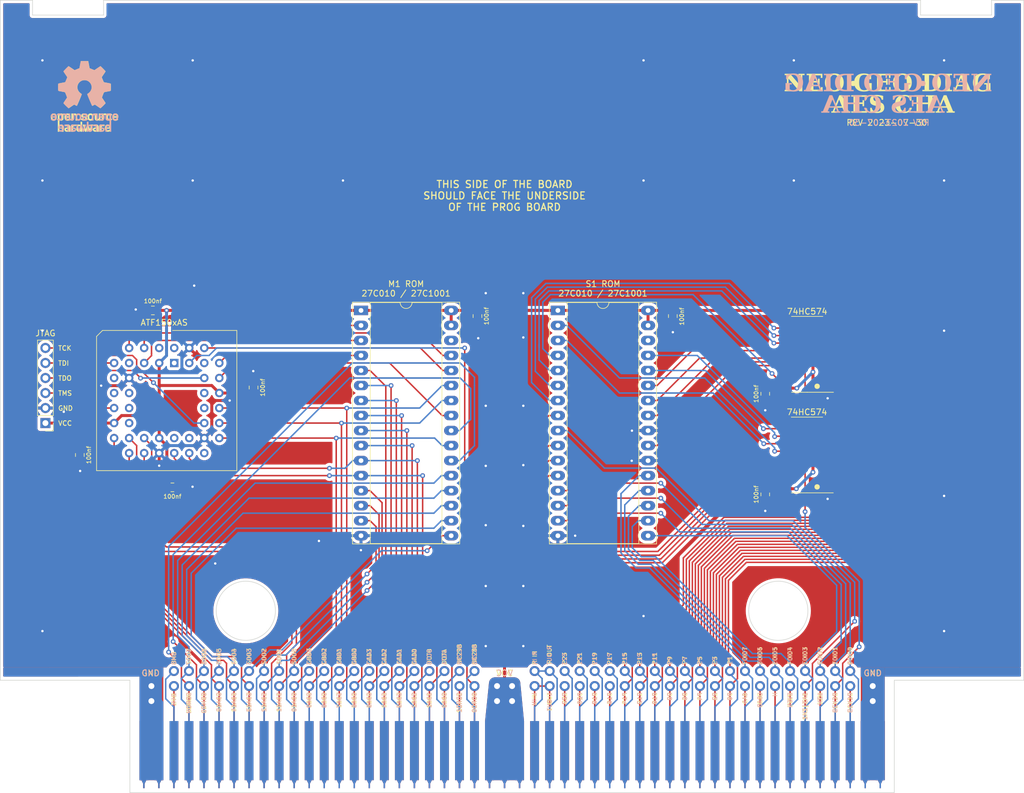
<source format=kicad_pcb>
(kicad_pcb (version 20221018) (generator pcbnew)
  (layers (0 "F.Cu" signal) (31 "B.Cu" signal) (34 "B.Paste" user) (35 "F.Paste" user) (36 "B.SilkS" user "B.Silkscreen") (37 "F.SilkS" user "F.Silkscreen") (38 "B.Mask" user) (39 "F.Mask" user) (44 "Edge.Cuts" user))
  (property "REV" "2023-07-30")
  (net 0 "")
  (net 1 "VCC")
  (net 2 "GND")
  (net 3 "PCK1B")
  (net 4 "PCK2B")
  (net 5 "12M")
  (net 6 "CA4")
  (net 7 "EVEN")
  (net 8 "H")
  (net 9 "LOAD")
  (net 10 "SA3")
  (net 11 "P0")
  (net 12 "P2")
  (net 13 "P4")
  (net 14 "P6")
  (net 15 "P8")
  (net 16 "P10")
  (net 17 "P12")
  (net 18 "P14")
  (net 19 "P16")
  (net 20 "P18")
  (net 21 "P20")
  (net 22 "P22")
  (net 23 "L_AUDIO")
  (net 24 "SDRD0")
  (net 25 "SDA0")
  (net 26 "SDA1")
  (net 27 "SDA2")
  (net 28 "SDA3")
  (net 29 "SDA4")
  (net 30 "SDA5")
  (net 31 "SDA6")
  (net 32 "SDA7")
  (net 33 "SDA8")
  (net 34 "SDA9")
  (net 35 "SDA10")
  (net 36 "SDA11")
  (net 37 "SDA12")
  (net 38 "SDA13")
  (net 39 "SDA14")
  (net 40 "SDA15")
  (net 41 "SDMRD")
  (net 42 "SDROM")
  (net 43 "24M")
  (net 44 "FIXD0")
  (net 45 "FIXD1")
  (net 46 "FIXD2")
  (net 47 "FIXD3")
  (net 48 "FIXD4")
  (net 49 "FIXD5")
  (net 50 "FIXD6")
  (net 51 "FIXD7")
  (net 52 "P1")
  (net 53 "P3")
  (net 54 "P5")
  (net 55 "P7")
  (net 56 "P9")
  (net 57 "P11")
  (net 58 "P13")
  (net 59 "P15")
  (net 60 "P17")
  (net 61 "P19")
  (net 62 "P21")
  (net 63 "P23")
  (net 64 "R_AUDIO")
  (net 65 "NC28B")
  (net 66 "NC29B")
  (net 67 "DOTA")
  (net 68 "DOTB")
  (net 69 "GAD0")
  (net 70 "GAD1")
  (net 71 "GAD2")
  (net 72 "GAD3")
  (net 73 "GBD0")
  (net 74 "GBD1")
  (net 75 "GBD2")
  (net 76 "SDD0")
  (net 77 "SDD1")
  (net 78 "SDD2")
  (net 79 "SDD3")
  (net 80 "SDD4")
  (net 81 "SDD5")
  (net 82 "SDD6")
  (net 83 "SDD7")
  (net 84 "8M")
  (net 85 "SA5")
  (net 86 "SA6")
  (net 87 "SA7")
  (net 88 "SA8")
  (net 89 "SA9")
  (net 90 "SA10")
  (net 91 "SA11")
  (net 92 "SA12")
  (net 93 "M1_A11")
  (net 94 "M1_A12")
  (net 95 "M1_A13")
  (net 96 "M1_A14")
  (net 97 "M1_A15")
  (net 98 "M1_A16")
  (net 99 "SA13")
  (net 100 "SA14")
  (net 101 "SA15")
  (net 102 "SA16")
  (net 103 "SA0")
  (net 104 "SA1")
  (net 105 "SA2")
  (net 106 "SA4")
  (net 109 "GBD3")
  (net 110 "SDRD1")
  (net 111 "TMS")
  (net 112 "TDO")
  (net 113 "TDI")
  (net 114 "TCK")
  (footprint "neogeo-diag:neogeo-aes-a-side-edge" (layer "F.Cu") (at 154.31 152.3)
    (fp_text reference "J1" hide)
    (fp_text value "neogeo-aes-cha-a-side-edge" hide)
  )
  (footprint "Package_LCC:PLCC-44_THT-Socket" (layer "F.Cu") (at 95.9358 86.741)
    (fp_text reference "U2" hide)
    (fp_text value "ATF1502AS-xJx44" hide)
  )
  (footprint "Capacitor_SMD:C_0805_2012Metric" (layer "F.Cu") (at 79.9846 102.301 -90)
    (fp_text reference "C2" hide)
    (fp_text value "100nf")
  )
  (footprint "Symbol:OSHW-Logo_11.4x12mm_SilkScreen" (layer "F.Cu") (at 80.772 41.656)
    (fp_text reference "REF**" hide)
    (fp_text value "OSHW-Logo_11.4x12mm_SilkScreen" hide)
  )
  (footprint "neogeo-diag:neogeo-aes-edge-test-points" (layer "F.Cu") (at 215.27 141.38 -90)
    (fp_text reference "J2" hide)
    (fp_text value "neogeo-aes-cha-a-side-edge" hide)
  )
  (footprint "Package_SO:SO-20_5.3x12.6mm_P1.27mm" (layer "F.Cu") (at 202.916 85.2805 180)
    (fp_text reference "U1" hide)
    (fp_text value "74HC574")
  )
  (footprint "Package_DIP:DIP-32_W15.24mm_Socket_LongPads" (layer "F.Cu") (at 127.5085 77.85)
    (fp_text reference "U5" hide)
    (fp_text value "27C010 / 27C1001" hide)
  )
  (footprint "neogeo-diag:neogeo-aes-edge-test-points" (layer "F.Cu") (at 215.27 138.84 -90)
    (fp_text reference "J4" hide)
    (fp_text value "neogeo-aes-cha-b-side-edge" hide)
  )
  (footprint "Package_DIP:DIP-32_W15.24mm_Socket_LongPads" (layer "F.Cu") (at 160.782 77.851)
    (fp_text reference "U4" hide)
    (fp_text value "27C010 / 27C1001" hide)
  )
  (footprint "Package_SO:SO-20_5.3x12.6mm_P1.27mm" (layer "F.Cu") (at 202.8825 102.2985 180)
    (fp_text reference "U3" hide)
    (fp_text value "74HC574")
  )
  (footprint "Capacitor_SMD:C_0805_2012Metric" (layer "F.Cu") (at 109.347 90.8914 90)
    (fp_text reference "C7" hide)
    (fp_text value "100nf")
  )
  (footprint "Capacitor_SMD:C_0805_2012Metric" (layer "F.Cu") (at 180.213 78.806 -90)
    (fp_text reference "C4" hide)
    (fp_text value "100nf")
  )
  (footprint "Capacitor_SMD:C_0805_2012Metric" (layer "F.Cu") (at 95.631 107.7722)
    (fp_text reference "C8" hide)
    (fp_text value "100nf")
  )
  (footprint "Capacitor_SMD:C_0805_2012Metric" (layer "F.Cu") (at 195.834 108.966 -90)
    (fp_text reference "C3" hide)
    (fp_text value "100nf")
  )
  (footprint "Capacitor_SMD:C_0805_2012Metric" (layer "F.Cu") (at 195.834 91.948 -90)
    (fp_text reference "C1" hide)
    (fp_text value "100nf")
  )
  (footprint "Connector_PinHeader_2.54mm:PinHeader_1x06_P2.54mm_Vertical" (layer "F.Cu") (at 74.168 96.901 180)
    (fp_text reference "J5" hide)
    (fp_text value "JTAG")
  )
  (footprint "Capacitor_SMD:C_0805_2012Metric" (layer "F.Cu") (at 147.1935 78.806 -90)
    (fp_text reference "C5" hide)
    (fp_text value "100nf")
  )
  (footprint "Capacitor_SMD:C_0805_2012Metric" (layer "F.Cu") (at 92.329 77.851 180)
    (fp_text reference "C6" hide)
    (fp_text value "100nf")
  )
  (footprint "neogeo-diag:neogeo-aes-b-side-edge" (layer "B.Cu") (at 154.31 152.3 180)
    (fp_text reference "J3" hide)
    (fp_text value "neogeo-aes-cha-b-side-edge" hide)
  )
  (footprint "Symbol:OSHW-Logo_11.4x12mm_SilkScreen" (layer "B.Cu") (at 80.772 41.656 180)
    (fp_text reference "REF**" hide)
    (fp_text value "OSHW-Logo_11.4x12mm_SilkScreen" hide)
  )
  (gr_circle (center 222.467027 39.465) (end 222.092 39.465) (stroke (width 0.15)) (fill solid) (layer "B.SilkS"))
  (gr_circle (center 204.597 107.696) (end 204.972027 107.696) (stroke (width 0.15)) (fill solid) (layer "F.SilkS"))
  (gr_circle (center 210.687027 39.465) (end 211.062054 39.465) (stroke (width 0.15)) (fill solid) (layer "F.SilkS"))
  (gr_circle (center 204.602973 90.678) (end 204.978 90.678) (stroke (width 0.15)) (fill solid) (layer "F.SilkS"))
  (gr_line (start 88.44 159.4) (end 217.64 159.4) (stroke (width 0.1)) (layer "Edge.Cuts"))
  (gr_line (start 83.99 25.4) (end 222.08 25.4) (stroke (width 0.1)) (layer "Edge.Cuts"))
  (gr_line (start 88.44 140.4) (end 66.54 140.4) (stroke (width 0.1)) (layer "Edge.Cuts"))
  (gr_line (start 234.08 27.9) (end 222.08 27.9) (stroke (width 0.1)) (layer "Edge.Cuts"))
  (gr_line (start 239.53 25.4) (end 234.08 25.4) (stroke (width 0.1)) (layer "Edge.Cuts"))
  (gr_line (start 234.08 25.4) (end 234.08 27.9) (stroke (width 0.1)) (layer "Edge.Cuts"))
  (gr_circle (center 198.04 128.65) (end 203.04 128.65) (stroke (width 0.1)) (fill none) (layer "Edge.Cuts"))
  (gr_line (start 217.64 140.4) (end 239.53 140.4) (stroke (width 0.1)) (layer "Edge.Cuts"))
  (gr_line (start 83.99 27.9) (end 83.99 25.4) (stroke (width 0.1)) (layer "Edge.Cuts"))
  (gr_line (start 88.44 159.4) (end 88.44 140.4) (stroke (width 0.1)) (layer "Edge.Cuts"))
  (gr_line (start 217.64 159.4) (end 217.64 140.4) (stroke (width 0.1)) (layer "Edge.Cuts"))
  (gr_circle (center 108.04 128.65) (end 113.04 128.65) (stroke (width 0.1)) (fill none) (layer "Edge.Cuts"))
  (gr_line (start 239.53 140.4) (end 239.53 25.4) (stroke (width 0.1)) (layer "Edge.Cuts"))
  (gr_line (start 71.99 27.9) (end 83.99 27.9) (stroke (width 0.1)) (layer "Edge.Cuts"))
  (gr_line (start 66.54 140.4) (end 66.54 25.4) (stroke (width 0.1)) (layer "Edge.Cuts"))
  (gr_line (start 222.08 27.9) (end 222.08 25.4) (stroke (width 0.1)) (layer "Edge.Cuts"))
  (gr_line (start 71.99 25.4) (end 71.99 27.9) (stroke (width 0.1)) (layer "Edge.Cuts"))
  (gr_line (start 66.54 25.4) (end 71.99 25.4) (stroke (width 0.1)) (layer "Edge.Cuts"))
  (gr_text "P19" (at 167.005 135.701 90) (layer "B.SilkS") (effects (font (size 0.7 0.7) (thickness 0.12)) (justify left mirror)))
  (gr_text "FIXD1" (at 207.645 134.767667 90) (layer "B.SilkS") (effects (font (size 0.7 0.7) (thickness 0.12)) (justify left mirror)))
  (gr_text "SA3|2H1" (at 202.565 142.367 90) (layer "B.SilkS") (effects (font (size 0.7 0.7) (thickness 0.12)) (justify left mirror)))
  (gr_text "GAD3" (at 128.905 135.067667 90) (layer "B.SilkS") (effects (font (size 0.7 0.7) (thickness 0.12)) (justify left mirror)))
  (gr_text "SDA12" (at 111.125 142.367 90) (layer "B.SilkS") (effects (font (size 0.7 0.7) (thickness 0.12)) (justify left mirror)))
  (gr_text "SDMRD" (at 100.965 142.367 90) (layer "B.SilkS") (effects (font (size 0.7 0.7) (thickness 0.12)) (justify left mirror)))
  (gr_text "SDD2" (at 111.125 135.001 90) (layer "B.SilkS") (effects (font (size 0.7 0.7) (thickness 0.12)) (justify left mirror)))
  (gr_text "DOTB" (at 139.065 135.067668 90) (layer "B.SilkS") (effects (font (size 0.7 0.7) (thickness 0.12)) (justify left mirror)))
  (gr_text "FIXD4" (at 200.025 134.767667 90) (layer "B.SilkS") (effects (font (size 0.7 0.7) (thickness 0.12)) (justify left mirror)))
  (gr_text "P14" (at 172.085 142.367 90) (layer "B.SilkS") (effects (font (size 0.7 0.7) (thickness 0.12)) (justify left mirror)))
  (gr_text "FIXD2" (at 205.105 134.767667 90) (layer "B.SilkS") (effects (font (size 0.7 0.7) (thickness 0.12)) (justify left mirror)))
  (gr_text "SDA6" (at 126.365 142.367 90) (layer "B.SilkS") (effects (font (size 0.7 0.7) (thickness 0.12)) (justify left mirror)))
  (gr_text "P3" (at 187.325 136.367667 90) (layer "B.SilkS") (effects (font (size 0.7 0.7) (thickness 0.12)) (justify left mirror)))
  (gr_text "LOAD" (at 194.945 142.367 90) (layer "B.SilkS") (effects (font (size 0.7 0.7) (thickness 0.12)) (justify left mirror)))
  (gr_text "AES CHA" (at 226.132054 44.905) (layer "B.SilkS") (effects (font (size 2.9 2.9) (thickness 0.58) bold) (justify left bottom mirror)))
  (gr_text "NC29B" (at 144.145 134.267667 90) (layer "B.SilkS") (effects (font (size 0.7 0.7) (thickness 0.12)) (justify left mirror)))
  (gr_text "L IN" (at 156.8196 142.4178 90) (layer "B.SilkS") (effects (font (size 0.7 0.7) (thickness 0.12)) (justify left mirror)))
  (gr_text "NEO GEO DIAG\n" (at 216.577027 41.275) (layer "B.SilkS") (effects (font (size 2.9 2.9) (thickness 0.556) bold) (justify bottom mirror)))
  (gr_text "P7" (at 182.245 136.367667 90) (layer "B.SilkS") (effects (font (size 0.7 0.7) (thickness 0.12)) (justify left mirror)))
  (gr_text "GND" (at 213.995 139.192) (layer "B.SilkS") (effects (font (size 1 1)) (justify mirror)))
  (gr_text "SDROM" (at 98.425 142.367 90) (layer "B.SilkS") (effects (font (size 0.7 0.7) (thickness 0.12)) (justify left mirror)))
  (gr_text "P23" (at 161.925 135.701 90) (layer "B.SilkS") (effects (font (size 0.7 0.7) (thickness 0.12)) (justify left mirror)))
  (gr_text "R IN" (at 156.8704 135.434335 90) (layer "B.SilkS") (effects (font (size 0.7 0.7) (thickness 0.12)) (justify left mirror)))
  (gr_text "P21" (at 164.465 135.701 90) (layer "B.SilkS") (effects (font (size 0.7 0.7) (thickness 0.12)) (justify left mirror)))
  (gr_text "SDA13" (at 108.585 142.367 90) (layer "B.SilkS") (effects (font (size 0.7 0.7) (thickness 0.12)) (justify left mirror)))
  (gr_text "P11" (at 177.165 135.701 90) (layer "B.SilkS") (effects (font (size 0.7 0.7) (thickness 0.12)) (justify left mirror)))
  (gr_text "SDA3" (at 133.985 142.367 90) (layer "B.SilkS") (effects (font (size 0.7 0.7) (thickness 0.12)) (justify left mirror)))
  (gr_text "SDA0" (at 141.605 142.367 90) (layer "B.SilkS") (effects (font (size 0.7 0.7) (thickness 0.12)) (justify left mirror)))
  (gr_text "SDA9" (at 118.745 142.367 90) (layer "B.SilkS") (effects (font (size 0.7 0.7) (thickness 0.12)) (justify left mirror)))
  (gr_text "NC28B" (at 146.685 134.267667 90) (layer "B.SilkS") (effects (font (size 0.7 0.7) (thickness 0.12)) (justify left mirror)))
  (gr_text "VCC" (at 151.765 139.192) (layer "B.SilkS") (effects (font (size 1 1)) (justify mirror)))
  (gr_text "EVEN" (at 200.025 142.367 90) (layer "B.SilkS") (effects (font (size 0.7 0.7) (thickness 0.12)) (justify left mirror)))
  (gr_text "P1" (at 189.865 136.367667 90) (layer "B.SilkS") (effects (font (size 0.7 0.7) (thickness 0.12)) (justify left mirror)))
  (gr_text "DOTA" (at 141.605 135.167668 90) (layer "B.SilkS") (effects (font (size 0.7 0.7) (thickness 0.12)) (justify left mirror)))
  (gr_text "SDRD1" (at 144.145 142.367 90) (layer "B.SilkS") (effects (font (size 0.8 0.7) (thickness 0.12)) (justify left mirror)))
  (gr_text "CA4" (at 192.405 142.367 90) (layer "B.SilkS") (effects (font (size 0.7 0.7) (thickness 0.12)) (justify left mirror)))
  (gr_text "SDD0" (at 116.205 135.001 90) (layer "B.SilkS") (effects (font (size 0.7 0.7) (thickness 0.12)) (justify left mirror)))
  (gr_text "P22" (at 161.925 142.367 90) (layer "B.SilkS") (effects (font (size 0.7 0.7) (thickness 0.12)) (justify left mirror)))
  (gr_text "SDA10" (at 116.205 142.367 90) (layer "B.SilkS") (effects (font (size 0.7 0.7) (thickness 0.12)) (justify left mirror)))
  (gr_text "SDA7" (at 123.825 142.367 90) (layer "B.SilkS") (effects (font (size 0.7 0.7) (thickness 0.12)) (justify left mirror)))
  (gr_text "GBD1" (at 123.825 134.967667 90) (layer "B.SilkS") (effects (font (size 0.7 0.7) (thickness 0.12)) (justify left mirror)))
  (gr_text "FIXD0" (at 210.185 134.767667 90) (layer "B.SilkS") (effects (font (size 0.7 0.7) (thickness 0.12)) (justify left mirror)))
  (gr_text "P18" (at 167.005 142.367 90) (layer "B.SilkS") (effects (font (size 0.7 0.7) (thickness 0.12)) (justify left mirror)))
  (gr_text "SDRD0" (at 146.685 142.367 90) (layer "B.SilkS") (effects (font (size 0.7 0.7) (thickness 0.12)) (justify left mirror)))
  (gr_text "SDA4" (at 131.445 142.367 90) (layer "B.SilkS") (effects (font (size 0.7 0.7) (thickness 0.12)) (justify left mirror)))
  (gr_text "GBD0" (at 126.365 134.967667 90) (layer "B.SilkS") (effects (font (size 0.7 0.7) (thickness 0.12)) (justify left mirror)))
  (gr_text "GAD0" (at 136.525 135.067667 90) (layer "B.SilkS") (effects (font (size 0.7 0.7) (thickness 0.12)) (justify left mirror)))
  (gr_text "PCK1B" (at 210.185 142.367 90) (layer "B.SilkS") (effects (font (size 0.7 0.7) (thickness 0.12)) (justify left mirror)))
  (gr_text "FIXD7" (at 192.405 134.767667 90) (layer "B.SilkS") (effects (font (size 0.7 0.7) (thickness 0.12)) (justify left mirror)))
  (gr_text "P12" (at 174.625 142.367 90) (layer "B.SilkS") (effects (font (size 0.7 0.7) (thickness 0.12)) (justify left mirror)))
  (gr_text "SDA1" (at 139.065 142.367 90) (layer "B.SilkS") (effects (font (size 0.7 0.7) (thickness 0.12)) (justify left mirror)))
  (gr_text "FIXD3" (at 202.565 134.767667 90) (layer "B.SilkS") (effects (font (size 0.7 0.7) (thickness 0.12)) (justify left mirror)))
  (gr_text "SDA14" (at 106.045 142.367 90) (layer "B.SilkS") (effects (font (size 0.7 0.7) (thickness 0.12)) (justify left mirror)))
  (gr_text "GBD2" (at 121.285 134.967667 90) (layer "B.SilkS") (effects (font (size 0.7 0.7) (thickness 0.12)) (justify left mirror)))
  (gr_text "P9" (at 179.705 136.367667 90) (layer "B.SilkS") (effects (font (size 0.7 0.7) (thickness 0.12)) (justify left mirror)))
  (gr_text "REV ${REV}" (at 216.762054 46.095) (layer "B.SilkS") (effects (font (size 1 1)) (justify mirror)))
  (gr_text "GBD3" (at 118.745 134.967667 90) (layer "B.SilkS") (effects (font (size 0.7 0.7) (thickness 0.12)) (justify left mirror)))
  (gr_text "FIXD5" (at 197.485 134.767667 90) (layer "B.SilkS") (effects (font (size 0.7 0.7) (thickness 0.12)) (justify left mirror)))
  (gr_text "12M" (at 205.105 142.367 90) (layer "B.SilkS") (effects (font (size 0.7 0.7) (thickness 0.12)) (justify left mirror)))
  (gr_text "SDA5" (at 128.905 142.367 90) (layer "B.SilkS") (effects (font (size 0.7 0.7) (thickness 0.12)) (justify left mirror)))
  (gr_text "SDD6" (at 101.0158 135.001 90) (layer "B.SilkS") (effects (font (size 0.7 0.7) (thickness 0.12)) (justify left mirror)))
  (gr_text "P5" (at 184.785 136.367667 90) (layer "B.SilkS") (effects (font (size 0.7 0.7) (thickness 0.12)) (justify left mirror)))
  (gr_text "SDA15" (at 103.505 142.367 90) (layer "B.SilkS") (effects (font (size 0.7 0.7) (thickness 0.12)) (justify left mirror)))
  (gr_text "P20" (at 164.515 142.367 90) (layer "B.SilkS") (effects (font (size 0.7 0.7) (thickness 0.12)) (justify left mirror)))
  (gr_text "PCK2B" (at 207.645 142.367 90) (layer "B.SilkS") (effects (font (size 0.7 0.7) (thickness 0.12)) (justify left mirror)))
  (gr_text "P4" (at 184.785 142.367 90) (layer "B.SilkS") (effects (font (size 0.7 0.7) (thickness 0.12)) (justify left mirror)))
  (gr_text "SDD4" (at 106.045 135.001 90) (layer "B.SilkS") (effects (font (size 0.7 0.7) (thickness 0.12) bold) (justify left mirror)))
  (gr_text "24M" (at 95.885 142.494 90) (layer "B.SilkS") (effects (font (size 0.7 0.7) (thickness 0.12) bold) (justify left mirror)))
  (gr_text "SDD7" (at 98.425 135.001 90) (layer "B.SilkS") (effects (font (size 0.7 0.7) (thickness 0.12)) (justify left mirror)))
  (gr_text "L OUT" (at 159.385 142.4178 90) (layer "B.SilkS") (effects (font (size 0.7 0.7) (thickness 0.12)) (justify left mirror)))
  (gr_text "GAD2" (at 131.445 135.067667 90) (layer "B.SilkS") (effects (font (size 0.7 0.7) (thickness 0.12)) (justify left mirror)))
  (gr_text "P13" (at 174.625 135.701 90) (layer "B.SilkS") (effects (font (size 0.7 0.7) (thickness 0.12)) (justify left mirror)))
  (gr_text "P17" (at 169.545 135.701 90) (layer "B.SilkS") (effects (font (size 0.7 0.7) (thickness 0.12)) (justify left mirror)))
  (gr_text "P2" (at 187.325 142.367 90) (layer "B.SilkS") (effects (font (size 0.7 0.7) (thickness 0.12)) (justify left mirror)))
  (gr_text "SDD3" (at 108.585 135.001 90) (layer "B.SilkS") (effects (font (size 0.7 0.7) (thickness 0.12) bold) (justify left mirror)))
  (gr_text "SDA2" (at 136.525 142.367 90) (layer "B.SilkS") (effects (font (size 0.7 0.7) (thickness 0.12)) (justify left mirror)))
  (gr_text "P10" (at 177.165 142.367 90) (layer "B.SilkS") (effects (font (size 0.7 0.7) (thickness 0.12)) (justify left mirror)))
  (gr_text "GND" (at 91.948 139.192) (layer "B.SilkS") (effects (font (size 1 1)) (justify mirror)))
  (gr_text "GAD1" (at 133.985 135.067667 90) (layer "B.SilkS") (effects (font (size 0.7 0.7) (thickness 0.12)) (justify left mirror)))
  (gr_text "R OUT" (at 159.3596 134.501002 90) (layer "B.SilkS") (effects (font (size 0.7 0.7) (thickness 0.12)) (justify left mirror)))
  (gr_text "8MB" (at 95.885 135.567667 90) (layer "B.SilkS") (effects (font (size 0.7 0.7) (thickness 0.12)) (justify left mirror)))
  (gr_text "P16" (at 169.545 142.367 90) (layer "B.SilkS") (effects (font (size 0.7 0.7) (thickness 0.12)) (justify left mirror)))
  (gr_text "SDA8" (at 121.285 142.367 90) (layer "B.SilkS") (effects (font (size 0.7 0.7) (thickness 0.12)) (justify left mirror)))
  (gr_text "P6" (at 182.245 142.367 90) (layer "B.SilkS") (effects (font (size 0.7 0.7) (thickness 0.12)) (justify left mirror)))
  (gr_text "P8" (at 179.705 142.367 90) (layer "B.SilkS") (effects (font (size 0.7 0.7) (thickness 0.12)) (justify left mirror)))
  (gr_text "P15" (at 172.085 135.701 90) (layer "B.SilkS") (effects (font (size 0.7 0.7) (thickness 0.12)) (justify left mirror)))
  (gr_text "H" (at 197.485 142.367 90) (layer "B.SilkS") (effects (font (size 0.7 0.7) (thickness 0.12)) (justify left mirror)))
  (gr_text "FIXD6" (at 194.945 134.767667 90) (layer "B.SilkS") (effects (font (size 0.7 0.7) (thickness 0.12)) (justify left mirror)))
  (gr_text "SDD5" (at 103.505 135.001 90) (layer "B.SilkS") (effects (font (size 0.7 0.7) (thickness 0.12)) (justify left mirror)))
  (gr_text "P0" (at 189.865 142.367 90) (layer "B.SilkS") (effects (font (size 0.7 0.7) (thickness 0.12)) (justify left mirror)))
  (gr_text "SDD1" (at 113.665 135.001 90) (layer "B.SilkS") (effects (font (size 0.7 0.7) (thickness 0.12)) (justify left mirror)))
  (gr_text "SDA11" (at 113.665 142.367 90) (layer "B.SilkS") (effects (font (size 0.7 0.7) (thickness 0.12)) (justify left mirror)))
  (gr_text "H" (at 197.485 142.367 90) (layer "F.SilkS") (effects (font (size 0.7 0.7) (thickness 0.12)) (justify right)))
  (gr_text "SDA15" (at 103.505 142.367 90) (layer "F.SilkS") (effects (font (size 0.7 0.7) (thickness 0.12)) (justify right)))
  (gr_text "SDD6" (at 101.0158 137.795 90) (layer "F.SilkS") (effects (font (size 0.7 0.7) (thickness 0.12)) (justify left)))
  (gr_text "FIXD7" (at 192.405 137.795 90) (layer "F.SilkS") (effects (font (size 0.7 0.7) (thickness 0.12)) (justify left)))
  (gr_text "VCC" (at 151.765 139.192) (layer "F.SilkS") (effects (font (size 1 1))))
  (gr_text "P1" (at 189.865 137.795 90) (layer "F.SilkS") (effects (font (size 0.7 0.7) (thickness 0.12)) (justify left)))
  (gr_text "AES CHA" (at 207.022 44.905) (layer "F.SilkS") (effects (font (size 2.9 2.9) (thickness 0.58) bold) (justify left bottom)))
  (gr_text "SDD4" (at 106.045 137.795 90) (layer "F.SilkS") (effects (font (size 0.7 0.7) (thickness 0.12) bold) (justify left)))
  (gr_text "P16" (at 169.545 142.367 90) (layer "F.SilkS") (effects (font (size 0.7 0.7) (thickness 0.12)) (justify right)))
  (gr_text "P21" (at 164.465 137.795 90) (layer "F.SilkS") (effects (font (size 0.7 0.7) (thickness 0.12)) (justify left)))
  (gr_text "FIXD5" (at 197.485 137.795 90) (layer "F.SilkS") (effects (font (size 0.7 0.7) (thickness 0.12)) (justify left)))
  (gr_text "SDA13" (at 108.585 142.367 90) (layer "F.SilkS") (effects (font (size 0.7 0.7) (thickness 0.12)) (justify right)))
  (gr_text "GAD1" (at 133.985 137.795 90) (layer "F.SilkS") (effects (font (size 0.7 0.7) (thickness 0.12)) (justify left)))
  (gr_text "SDD7" (at 98.425 137.795 90) (layer "F.SilkS") (effects (font (size 0.7 0.7) (thickness 0.12)) (justify left)))
  (gr_text "FIXD3" (at 202.565 137.795 90) (layer "F.SilkS") (effects (font (size 0.7 0.7) (thickness 0.12)) (justify left)))
  (gr_text "SDD5" (at 103.505 137.795 90) (layer "F.SilkS") (effects (font (size 0.7 0.7) (thickness 0.12)) (justify left)))
  (gr_text "SDA4" (at 131.445 142.367 90) (layer "F.SilkS") (effects (font (size 0.7 0.7) (thickness 0.12)) (justify right)))
  (gr_text "P11" (at 177.165 137.795 90) (layer "F.SilkS") (effects (font (size 0.7 0.7) (thickness 0.12)) (justify left)))
  (gr_text "SDROM" (at 98.425 142.367 90) (layer "F.SilkS") (effects (font (size 0.7 0.7) (thickness 0.12)) (justify right)))
  (gr_text "M1 ROM\n27C010 / 27C1001" (at 135.1285 75.565) (layer "F.SilkS") (effects (font (size 1 1)) (justify bottom)))
  (gr_text "SDA12" (at 111.125 142.367 90) (layer "F.SilkS") (effects (font (size 0.7 0.7) (thickness 0.12)) (justify right)))
  (gr_text "P0" (at 189.865 142.367 90) (layer "F.SilkS") (effects (font (size 0.7 0.7) (thickness 0.12)) (justify right)))
  (gr_text "P14" (at 172.085 142.367 90) (layer "F.SilkS") (effects (font (size 0.7 0.7) (thickness 0.12)) (justify right)))
  (gr_text "FIXD6" (at 194.945 137.795 90) (layer "F.SilkS") (effects (font (size 0.7 0.7) (thickness 0.12)) (justify left)))
  (gr_text "THIS SIDE OF THE BOARD\nSHOULD FACE THE UNDERSIDE\nOF THE PROG BOARD" (at 151.765 61.087) (layer "F.SilkS") (effects (font (size 1.2 1.2) (thickness 0.2) bold) (justify bottom)))
  (gr_text "SDD2" (at 111.125 137.795 90) (layer "F.SilkS") (effects (font (size 0.7 0.7) (thickness 0.12)) (justify left)))
  (gr_text "R OUT" (at 159.3596 137.6934 90) (layer "F.SilkS") (effects (font (size 0.7 0.7) (thickness 0.12)) (justify left)))
  (gr_text "EVEN" (at 200.025 142.367 90) (layer "F.SilkS") (effects (font (size 0.7 0.7) (thickness 0.12)) (justify right)))
  (gr_text "SDA7" (at 123.825 142.367 90) (layer "F.SilkS") (effects (font (size 0.7 0.7) (thickness 0.12)) (justify right)))
  (gr_text "P8" (at 179.705 142.367 90) (layer "F.SilkS") (effects (font (size 0.7 0.7) (thickness 0.12)) (justify right)))
  (gr_text "SDA9" (at 118.745 142.367 90) (layer "F.SilkS") (effects (font (size 0.7 0.7) (thickness 0.12)) (justify right)))
  (gr_text "PCK2B" (at 207.645 142.367 90) (layer "F.SilkS") (effects (font (size 0.7 0.7) (thickness 0.12)) (justify right)))
  (gr_text "L IN" (at 156.8196 142.4178 90) (layer "F.SilkS") (effects (font (size 0.7 0.7) (thickness 0.12)) (justify right)))
  (gr_text "12M" (at 205.105 142.367 90) (layer "F.SilkS") (effects (font (size 0.7 0.7) (thickness 0.12)) (justify right)))
  (gr_text "GAD2" (at 131.445 137.795 90) (layer "F.SilkS") (effects (font (size 0.7 0.7) (thickness 0.12)) (justify left)))
  (gr_text "P20" (at 164.515 142.367 90) (layer "F.SilkS") (effects (font (size 0.7 0.7) (thickness 0.12)) (justify right)))
  (gr_text "GND" (at 76.2508 94.869) (layer "F.SilkS") (effects (font (size 0.8 0.8) (thickness 0.14) bold) (justify left bottom)))
  (gr_text "P19" (at 167.005 137.795 90) (layer "F.SilkS") (effects (font (size 0.7 0.7) (thickness 0.12)) (justify left)))
  (gr_text "SDMRD" (at 100.965 142.367 90) (layer "F.SilkS") (effects (font (size 0.7 0.7) (thickness 0.12)) (justify right)))
  (gr_text "VCC" (at 76.2508 97.409) (layer "F.SilkS") (effects (font (size 0.8 0.8) (thickness 0.14) bold) (justify left bottom)))
  (gr_text "SDA8" (at 121.285 142.367 90) (layer "F.SilkS") (effects (font (size 0.7 0.7) (thickness 0.12)) (justify right)))
  (gr_text "P5" (at 184.785 137.795 90) (layer "F.SilkS") (effects (font (size 0.7 0.7) (thickness 0.12)) (justify left)))
  (gr_text "24M" (at 95.885 142.494 90) (layer "F.SilkS") (effects (font (size 0.7 0.7) (thickness 0.12) bold) (justify right)))
  (gr_text "SDA5" (at 128.905 142.367 90) (layer "F.SilkS") (effects (font (size 0.7 0.7) (thickness 0.12)) (justify right)))
  (gr_text "SDA2" (at 136.525 142.367 90) (layer "F.SilkS") (effects (font (size 0.7 0.7) (thickness 0.12)) (justify right)))
  (gr_text "DOTA" (at 141.605 137.795 90) (layer "F.SilkS") (effects (font (size 0.7 0.7) (thickness 0.12)) (justify left)))
  (gr_text "GAD0" (at 136.525 137.795 90) (layer "F.SilkS") (effects (font (size 0.7 0.7) (thickness 0.12)) (justify left)))
  (gr_text "SDA14" (at 106.045 142.367 90) (layer "F.SilkS") (effects (font (size 0.7 0.7) (thickness 0.12)) (justify right)))
  (gr_text "P15" (at 172.085 137.795 90) (layer "F.SilkS") (effects (font (size 0.7 0.7) (thickness 0.12)) (justify left)))
  (gr_text "P10" (at 177.165 142.367 90) (layer "F.SilkS") (effects (font (size 0.7 0.7) (thickness 0.12)) (justify right)))
  (gr_text "SDA3" (at 133.985 142.367 90) (layer "F.SilkS") (effects (font (size 0.7 0.7) (thickness 0.12)) (justify right)))
  (gr_text "P13" (at 174.625 137.795 90) (layer "F.SilkS") (effects (font (size 0.7 0.7) (thickness 0.12)) (justify left)))
  (gr_text "FIXD1" (at 207.645 137.795 90) (layer "F.SilkS") (effects (font (size 0.7 0.7) (thickness 0.12)) (justify left)))
  (gr_text "ATF150xAS" (at 90.17 80.4926) (layer "F.SilkS") (effects (font (size 1 1)) (justify left bottom)))
  (gr_text "TDO" (at 76.2508 89.789) (layer "F.SilkS") (effects (font (size 0.8 0.8) (thickness 0.14) bold) (justify left bottom)))
  (gr_text "NC28B" (at 146.685 137.795 90) (layer "F.SilkS") (effects (font (size 0.7 0.7) (thickness 0.12)) (justify left)))
  (gr_text "PCK1B" (at 210.185 142.367 90) (layer "F.SilkS") (effects (font (size 0.7 0.7) (thickness 0.12)) (justify right)))
  (gr_text "P17" (at 169.545 137.795 90) (layer "F.SilkS") (effects (font (size 0.7 0.7) (thickness 0.12)) (justify left)))
  (gr_text "GND" (at 91.948 139.192) (layer "F.SilkS") (effects (font (size 1 1))))
  (gr_text "L OUT" (at 159.385 142.4178 90) (layer "F.SilkS") (effects (font (size 0.7 0.7) (thickness 0.12)) (justify right)))
  (gr_text "P4" (at 184.785 142.367 90) (layer "F.SilkS") (effects (font (size 0.7 0.7) (thickness 0.12)) (justify right)))
  (gr_text "GBD3" (at 118.745 137.795 90) (layer "F.SilkS") (effects (font (size 0.7 0.7) (thickness 0.12)) (justify left)))
  (gr_text "TMS" (at 76.2508 92.329) (layer "F.SilkS") (effects (font (size 0.8 0.8) (thickness 0.14) bold) (justify left bottom)))
  (gr_text "SDD0" (at 116.205 137.795 90) (layer "F.SilkS") (effects (font (size 0.7 0.7) (thickness 0.12)) (justify left)))
  (gr_text "TCK" (at 76.2508 84.709) (layer "F.SilkS") (effects (font (size 0.8 0.8) (thickness 0.14) bold) (justify left bottom)))
  (gr_text "SDA1" (at 139.065 142.367 90) (layer "F.SilkS") (effects (font (size 0.7 0.7) (thickness 0.12)) (justify right)))
  (gr_text "S1 ROM\n27C010 / 27C1001" (at 168.402 75.565) (layer "F.SilkS") (effects (font (size 1 1)) (justify bottom)))
  (gr_text "P18" (at 167.005 142.367 90) (layer "F.SilkS") (effects (font (size 0.7 0.7) (thickness 0.12)) (justify right)))
  (gr_text "P9" (at 179.705 137.795 90) (layer "F.SilkS") (effects (font (size 0.7 0.7) (thickness 0.12)) (justify left)))
  (gr_text "NC29B" (at 144.145 137.795 90) (layer "F.SilkS") (effects (font (size 0.7 0.7) (thickness 0.12)) (justify left)))
  (gr_text "SDD3" (at 108.585 137.795 90) (layer "F.SilkS") (effects (font (size 0.7 0.7) (thickness 0.12) bold) (justify left)))
  (gr_text "SDA11" (at 113.665 142.367 90) (layer "F.SilkS") (effects (font (size 0.7 0.7) (thickness 0.12)) (justify right)))
  (gr_text "GBD0" (at 126.365 137.795 90) (layer "F.SilkS") (effects (font (size 0.7 0.7) (thickness 0.12)) (justify left)))
  (gr_text "SDD1" (at 113.665 137.795 90) (layer "F.SilkS") (effects (font (size 0.7 0.7) (thickness 0.12)) (justify left)))
  (gr_text "P2" (at 187.325 142.367 90) (layer "F.SilkS") (effects (font (size 0.7 0.7) (thickness 0.12)) (justify right)))
  (gr_text "SA3|2H1" (at 202.565 142.367 90) (layer "F.SilkS") (effects (font (size 0.7 0.7) (thickness 0.12)) (justify right)))
  (gr_text "TDI" (at 76.2508 87.249) (layer "F.SilkS") (effects (font (size 0.8 0.8) (thickness 0.14) bold) (justify left bottom)))
  (gr_text "P7" (at 182.245 137.795 90) (layer "F.SilkS") (effects (font (size 0.7 0.7) (thickness 0.12)) (justify left)))
  (gr_text "SDA10" (at 116.205 142.367 90) (layer "F.SilkS") (effects (font (size 0.7 0.7) (thickness 0.12)) (justify right)))
  (gr_text "GND" (at 213.995 139.192) (layer "F.SilkS") (effects (font (size 1 1))))
  (gr_text "NEO GEO DIAG\n" (at 216.577027 41.275) (layer "F.SilkS") (effects (font (size 2.9 2.9) (thickness 0.556) bold) (justify bottom)))
  (gr_text "FIXD0" (at 210.185 137.795 90) (layer "F.SilkS") (effects (font (size 0.7 0.7) (thickness 0.12)) (justify left)))
  (gr_text "GAD3" (at 128.905 137.795 90) (layer "F.SilkS") (effects (font (size 0.7 0.7) (thickness 0.12)) (justify left)))
  (gr_text "SDA6" (at 126.365 142.367 90) (layer "F.SilkS") (effects (font (size 0.7 0.7) (thickness 0.12)) (justify right)))
  (gr_text "GBD1" (at 123.825 137.795 90) (layer "F.SilkS") (effects (font (size 0.7 0.7) (thickness 0.12)) (justify left)))
  (gr_text "P12" (at 174.625 142.367 90) (layer "F.SilkS") (effects (font (size 0.7 0.7) (thickness 0.12)) (justify right)))
  (gr_text "8MB" (at 95.885 137.795 90) (layer "F.SilkS") (effects (font (size 0.7 0.7) (thickness 0.12)) (justify left)))
  (gr_text "CA4" (at 192.405 142.367 90) (layer "F.SilkS") (effects (font (size 0.7 0.7) (thickness 0.12)) (justify right)))
  (gr_text "FIXD4" (at 200.025 137.795 90) (layer "F.SilkS") (effects (font (size 0.7 0.7) (thickness 0.12)) (justify left)))
  (gr_text "P6" (at 182.245 142.367 90) (layer "F.SilkS") (effects (font (size 0.7 0.7) (thickness 0.12)) (justify right)))
  (gr_text "SDRD0" (at 146.685 142.367 90) (layer "F.SilkS") (effects (font (size 0.7 0.7) (thickness 0.12)) (justify right)))
  (gr_text "R IN" (at 156.8704 137.795 90) (layer "F.SilkS") (effects (font (size 0.7 0.7) (thickness 0.12)) (justify left)))
  (gr_text "DOTB" (at 139.065 137.795 90) (layer "F.SilkS") (effects (font (size 0.7 0.7) (thickness 0.12)) (justify left)))
  (gr_text "P3" (at 187.325 137.795 90) (layer "F.SilkS") (effects (font (size 0.7 0.7) (thickness 0.12)) (justify left)))
  (gr_text "P23" (at 161.925 137.795 90) (layer "F.SilkS") (effects (font (size 0.7 0.7) (thickness 0.12)) (justify left)))
  (gr_text "GBD2" (at 121.285 137.795 90) (layer "F.SilkS") (effects (font (size 0.7 0.7) (thickness 0.12)) (justify left)))
  (gr_text "FIXD2" (at 205.105 137.795 90) (layer "F.SilkS") (effects (font (size 0.7 0.7) (thickness 0.12)) (justify left)))
  (gr_text "REV ${REV}" (at 216.392 46.095) (layer "F.SilkS") (effects (font (size 1 1))))
  (gr_text "SDA0" (at 141.605 142.367 90) (layer "F.SilkS") (effects (font (size 0.7 0.7) (thickness 0.12)) (justify right)))
  (gr_text "SDRD1" (at 144.145 142.367 90) (layer "F.SilkS") (effects (font (size 0.8 0.7) (thickness 0.12)) (justify right)))
  (gr_text "LOAD" (at 194.945 142.367 90) (layer "F.SilkS") (effects (font (size 0.7 0.7) (thickness 0.12)) (justify right)))
  (gr_text "P22" (at 161.925 142.367 90) (layer "F.SilkS") (effects (font (size 0.7 0.7) (thickness 0.12)) (justify right)))
  (segment (start 127.5085 77.85) (end 142.7485 77.85) (width 0.5) (layer "F.Cu") (net 1))
  (segment (start 195.8365 108.0135) (end 195.834 108.016) (width 0.5) (layer "F.Cu") (net 1))
  (segment (start 160.782 77.851) (end 176.022 77.851) (width 0.5) (layer "F.Cu") (net 1))
  (segment (start 103.5558 91.821) (end 109.3266 91.821) (width 0.5) (layer "F.Cu") (net 1))
  (segment (start 196.789 108.0135) (end 196.7865 108.016) (width 0.5) (layer "F.Cu") (net 1))
  (segment (start 85.7758 96.901) (end 80.0354 96.901) (width 0.5) (layer "F.Cu") (net 1))
  (segment (start 94.6912 100.7364) (end 94.6912 107.762) (width 0.5) (layer "F.Cu") (net 1))
  (segment (start 102.2858 90.551) (end 93.4212 90.551) (width 0.5) (layer "F.Cu") (net 1))
  (segment (start 201.8715 77.856) (end 203.8985 79.883) (width 0.5) (layer "F.Cu") (net 1))
  (segment (start 93.279 77.851) (end 94.6404 77.851) (width 0.5) (layer "F.Cu") (net 1))
  (segment (start 196.789 90.9955) (end 196.7865 90.998) (width 0.5) (layer "F.Cu") (net 1))
  (segment (start 94.6414 77.85) (end 127.5085 77.85) (width 0.5) (layer "F.Cu") (net 1))
  (segment (start 79.9846 101.351) (end 79.9846 96.9518) (width 0.5) (layer "F.Cu") (net 1))
  (segment (start 151.765 140.115) (end 151.765 77.851) (width 0.5) (layer "F.Cu") (net 1))
  (segment (start 142.7495 77.851) (end 142.7485 77.85) (width 0.5) (layer "F.Cu") (net 1))
  (segment (start 176.022 77.851) (end 180.152 77.851) (width 0.5) (layer "F.Cu") (net 1))
  (segment (start 93.3704 95.631) (end 93.3958 95.6056) (width 0.5) (layer "F.Cu") (net 1))
  (segment (start 199.4535 90.9955) (end 196.789 90.9955) (width 0.5) (layer "F.Cu") (net 1))
  (segment (start 180.213 77.856) (end 201.8715 77.856) (width 0.5) (layer "F.Cu") (net 1))
  (segment (start 203.8985 79.883) (end 203.8985 105.2068) (width 0.5) (layer "F.Cu") (net 1))
  (segment (start 109.3266 91.821) (end 109.347 91.8414) (width 0.5) (layer "F.Cu") (net 1))
  (segment (start 93.3958 95.6056) (end 93.3958 90.5764) (width 0.5) (layer "F.Cu") (net 1))
  (segment (start 93.3958 99.441) (end 94.6912 100.7364) (width 0.5) (layer "F.Cu") (net 1))
  (segment (start 103.5558 91.821) (end 102.2858 90.551) (width 0.5) (layer "F.Cu") (net 1))
  (segment (start 147.1935 77.851) (end 142.7495 77.851) (width 0.5) (layer "F.Cu") (net 1))
  (segment (start 199.42 108.0135) (end 196.789 108.0135) (width 0.5) (layer "F.Cu") (net 1))
  (segment (start 199.42 108.0135) (end 201.0791 108.0135) (width 0.5) (layer "F.Cu") (net 1))
  (segment (start 85.7758 96.901) (end 87.0458 95.631) (width 0.5) (layer "F.Cu") (net 1))
  (segment (start 80.0354 96.901) (end 74.168 96.901) (width 0.5) (layer "F.Cu") (net 1))
  (segment (start 93.3958 99.441) (end 93.3958 95.6056) (width 0.5) (layer "F.Cu") (net 1))
  (segment (start 201.168 90.9955) (end 199.4535 90.9955) (width 0.5) (layer "F.Cu") (net 1))
  (segment (start 94.6404 77.851) (end 94.6414 77.85) (width 0.5) (layer "F.Cu") (net 1))
  (segment (start 196.789 108.0135) (end 195.8365 108.0135) (width 0.5) (layer "F.Cu") (net 1))
  (segment (start 93.4212 90.551) (end 93.3958 90.5764) (width 0.5) (layer "F.Cu") (net 1))
  (segment (start 79.9846 96.9518) (end 80.0354 96.901) (width 0.5) (layer "F.Cu") (net 1))
  (segment (start 94.6912 107.762) (end 94.681 107.7722) (width 0.5) (layer "F.Cu") (net 1))
  (segment (start 196.789 90.9955) (end 195.8365 90.9955) (width 0.5) (layer "F.Cu") (net 1))
  (segment (start 93.3958 90.5764) (end 93.3958 86.741) (width 0.5) (layer "F.Cu") (net 1))
  (segment (start 158.3695 77.851) (end 147.1935 77.851) (width 0.5) (layer "F.Cu") (net 1))
  (segment (start 151.765 77.851) (end 160.782 77.851) (width 0.5) (layer "F.Cu") (net 1))
  (segment (start 195.8365 90.9955) (end 195.834 90.998) (width 0.5) (layer "F.Cu") (net 1))
  (segment (start 142.7485 80.39) (end 142.7485 77.85) (width 0.5) (layer "F.Cu") (net 1))
  (segment (start 87.0458 95.631) (end 93.3704 95.631) (width 0.5) (layer "F.Cu") (net 1))
  (segment (start 151.765 140.115) (end 151.765 143.002) (width 0.5) (layer "F.Cu") (net 1))
  (segment (start 176.022 77.851) (end 176.022 80.391) (width 0.5) (layer "F.Cu") (net 1))
  (via (at 203.8985 105.2068) (size 0.8) (drill 0.4) (layers "F.Cu" "B.Cu") (net 1))
  (via (at 203.8985 88.265) (size 0.8) (drill 0.4) (layers "F.Cu" "B.Cu") (net 1))
  (via (at 94.6404 77.851) (size 0.8) (drill 0.4) (layers "F.Cu" "B.Cu") (net 1))
  (via (at 201.0791 108.0135) (size 0.8) (drill 0.4) (layers "F.Cu" "B.Cu") (net 1))
  (via (at 201.168 90.9955) (size 0.8) (drill 0.4) (layers "F.Cu" "B.Cu") (net 1))
  (segment (start 203.8985 105.2068) (end 203.8731 105.2068) (width 0.5) (layer "B.Cu") (net 1))
  (segment (start 94.6404 84.6328) (end 94.6404 83.9724) (width 0.5) (layer "B.Cu") (net 1))
  (segment (start 93.3958 86.741) (end 94.6404 85.4964) (width 0.5) (layer "B.Cu") (net 1))
  (segment (start 203.8985 88.265) (end 201.168 90.9955) (width 0.5) (layer "B.Cu") (net 1))
  (segment (start 94.6404 80.9498) (end 94.6404 77.851) (width 0.5) (layer "B.Cu") (net 1))
  (segment (start 201.0791 108.0008) (end 201.0791 108.0135) (width 0.5) (layer "B.Cu") (net 1))
  (segment (start 94.6404 83.9724) (end 94.6404 80.9498) (width 0.5) (layer "B.Cu") (net 1))
  (segment (start 203.8731 105.2068) (end 201.0791 108.0008) (width 0.5) (layer "B.Cu") (net 1))
  (segment (start 94.6404 85.4964) (end 94.6404 84.6328) (width 0.5) (layer "B.Cu") (net 1))
  (segment (start 206.345 108.0135) (end 206.345 109.698) (width 0.5) (layer "F.Cu") (net 2))
  (segment (start 173.26 103.28) (end 173.289 103.251) (width 0.5) (layer "F.Cu") (net 2))
  (segment (start 173.289 103.251) (end 176.022 103.251) (width 0.5) (layer "F.Cu") (net 2))
  (segment (start 105.3084 93.091) (end 105.2322 93.091) (width 0.5) (layer "F.Cu") (net 2))
  (segment (start 160.782 115.951) (end 163.703 115.951) (width 0.5) (layer "F.Cu") (net 2))
  (segment (start 173.409 98.171) (end 173.3 98.28) (width 0.5) (layer "F.Cu") (net 2))
  (segment (start 83.5914 90.5764) (end 87.0204 90.5764) (width 0.5) (layer "F.Cu") (net 2))
  (segment (start 93.3958 101.981) (end 93.3958 104.1146) (width 0.5) (layer "F.Cu") (net 2))
  (segment (start 127.5085 115.95) (end 127.5085 118.3815) (width 0.5) (layer "F.Cu") (net 2))
  (segment (start 102.9462 93.091) (end 105.3084 93.091) (width 0.5) (layer "F.Cu") (net 2))
  (segment (start 102.2858 93.7514) (end 102.6414 93.3958) (width 0.5) (layer "F.Cu") (net 2))
  (segment (start 127.5085 118.3815) (end 127.49 118.4) (width 0.5) (layer "F.Cu") (net 2))
  (segment (start 206.345 109.698) (end 206.375 109.728) (width 0.5) (layer "F.Cu") (net 2))
  (segment (start 176.022 98.171) (end 173.409 98.171) (width 0.5) (layer "F.Cu") (net 2))
  (segment (start 93.3958 104.1146) (end 93.3958 104.0638) (width 0.5) (layer "F.Cu") (net 2))
  (segment (start 102.2858 96.6216) (end 102.2858 93.7514) (width 0.5) (layer "F.Cu") (net 2))
  (segment (start 206.3785 92.4595) (end 206.3785 90.9955) (width 0.5) (layer "F.Cu") (net 2))
  (segment (start 101.0158 99.441) (end 102.2858 98.171) (width 0.5) (layer "F.Cu") (net 2))
  (segment (start 102.6414 93.3958) (end 102.9462 93.091) (width 0.5) (layer "F.Cu") (net 2))
  (segment (start 87.0204 90.5764) (end 88.3158 89.281) (width 0.5) (layer "F.Cu") (net 2))
  (segment (start 102.2858 98.171) (end 102.2858 96.6216) (width 0.5) (layer "F.Cu") (net 2))
  (via (at 147.32 82.55) (size 0.8) (drill 0.4) (layers "F.Cu" "B.Cu") (net 2))
  (via (at 154.94 124.46) (size 0.8) (drill 0.4) (layers "F.Cu" "B.Cu") (net 2))
  (via (at 109.2962 88.1126) (size 0.8) (drill 0.4) (layers "F.Cu" "B.Cu") (net 2))
  (via (at 154.94 134.62) (size 0.8) (drill 0.4) (layers "F.Cu" "B.Cu") (net 2))
  (via (at 120.3965 116.84) (size 0.8) (drill 0.4) (layers "F.Cu" "B.Cu") (net 2))
  (via (at 73.66 132.08) (size 0.8) (drill 0.4) (layers "F.Cu" "B.Cu") (net 2))
  (via (at 200.66 55.88) (size 0.8) (drill 0.4) (layers "F.Cu" "B.Cu") (net 2))
  (via (at 226.06 81.28) (size 0.8) (drill 0.4) (layers "F.Cu" "B.Cu") (net 2))
  (via (at 148.59 124.46) (size 0.8) (drill 0.4) (layers "F.Cu" "B.Cu") (net 2))
  (via (at 206.3785 92.71) (size 0.8) (drill 0.4) (layers "F.Cu" "B.Cu") (net 2))
  (via (at 148.59 104.14) (size 0.8) (drill 0.4) (layers "F.Cu" "B.Cu") (net 2))
  (via (at 89.4334 77.6986) (size 0.8) (drill 0.4) (layers "F.Cu" "B.Cu") (net 2))
  (via (at 154.94 104.013) (size 0.8) (drill 0.4) (layers "F.Cu" "B.Cu") (net 2))
  (via (at 148.59 134.62) (size 0.8) (drill 0.4) (layers "F.Cu" "B.Cu") (net 2))
  (via (at 195.834 94.742) (size 0.8) (drill 0.4) (layers "F.Cu" "B.Cu") (net 2))
  (via (at 127.49 118.4) (size 0.8) (drill 0.4) (layers "F.Cu" "B.Cu") (net 2))
  (via (at 163.703 115.951) (size 0.8) (drill 0.4) (layers "F.Cu" "B.Cu") (net 2))
  (via (at 180.213 81.534) (size 0.8) (drill 0.4) (layers "F.Cu" "B.Cu") (net 2))
  (via (at 93.3958 104.1146) (size 0.8) (drill 0.4) (layers "F.Cu" "B.Cu") (net 2))
  (via (at 173.3 98.19) (size 0.8) (drill 0.4) (layers "F.Cu" "B.Cu") (net 2))
  (via (at 80.0354 105.0036) (size 0.8) (drill 0.4) (layers "F.Cu" "B.Cu") (net 2))
  (via (at 102.87 120.65) (size 0.8) (drill 0.4) (layers "F.Cu" "B.Cu") (net 2))
  (via (at 175.26 55.88) (size 0.8) (drill 0.4) (layers "F.Cu" "B.Cu") (net 2))
  (via (at 99.06 55.88) (size 0.8) (drill 0.4) (layers "F.Cu" "B.Cu") (net 2))
  (via (at 99.314 73.66) (size 0.8) (drill 0.4) (layers "F.Cu" "B.Cu") (net 2))
  (via (at 154.94 82.423) (size 0.8) (drill 0.4) (layers "F.Cu" "B.Cu") (net 2))
  (via (at 226.06 109.22) (size 0.8) (drill 0.4) (layers "F.Cu" "B.Cu") (net 2))
  (via (at 73.66 55.88) (size 0.8) (drill 0.4) (layers "F.Cu" "B.Cu") (net 2))
  (via (at 148.59 74.93) (size 0.8) (drill 0.4) (layers "F.Cu" "B.Cu") (net 2))
  (via (at 73.66 35.56) (size 0.8) (drill 0.4) (layers "F.Cu" "B.Cu") (net 2))
  (via (at 148.59 93.98) (size 0.8) (drill 0.4) (layers "F.Cu" "B.Cu") (net 2))
  (via (at 124.46 55.88) (size 0.8) (drill 0.4) (layers "F.Cu" "B.Cu") (net 2))
  (via (at 99.06 35.56) (size 0.8) (drill 0.4) (layers "F.Cu" "B.Cu") (net 2))
  (via (at 154.94 93.98) (size 0.8) (drill 0.4) (layers "F.Cu" "B.Cu") (net 2))
  (via (at 226.06 35.56) (size 0.8) (drill 0.4) (layers "F.Cu" "B.Cu") (net 2))
  (via (at 226.06 55.88) (size 0.8) (drill 0.4) (layers "F.Cu" "B.Cu") (net 2))
  (via (at 175.26 129.54) (size 0.8) (drill 0.4) (layers "F.Cu" "B.Cu") (net 2))
  (via (at 77.2668 94.996) (size 0.8) (drill 0.4) (layers "F.Cu" "B.Cu") (net 2))
  (via (at 206.375 109.728) (size 0.8) (drill 0.4) (layers "F.Cu" "B.Cu") (net 2))
  (via (at 154.94 74.93) (size 0.8) (drill 0.4) (layers "F.Cu" "B.Cu") (net 2))
  (via (at 175.26 35.56) (size 0.8) (drill 0.4) (layers "F.Cu" "B.Cu") (net 2))
  (via (at 148.59 114.173) (size 0.8) (drill 0.4) (layers "F.Cu" "B.Cu") (net 2))
  (via (at 195.834 111.76) (size 0.8) (drill 0.4) (layers "F.Cu" "B.Cu") (net 2))
  (via (at 105.3084 93.091) (size 0.8) (drill 0.4) (layers "F.Cu" "B.Cu") (net 2))
  (via (at 154.94 114.3) (size 0.8) (drill 0.4) (layers "F.Cu" "B.Cu") (net 2))
  (via (at 83.5914 90.5764) (size 0.8) (drill 0.4) (layers "F.Cu" "B.Cu") (net 2))
  (via (at 200.66 35.56) (size 0.8) (drill 0.4) (layers "F.Cu" "B.Cu") (net 2))
  (via (at 173.26 103.28) (size 0.8) (drill 0.4) (layers "F.Cu" "B.Cu") (net 2))
  (via (at 73.66 81.28) (size 0.8) (drill 0.4) (layers "F.Cu" "B.Cu") (net 2))
  (via (at 226.06 132.08) (size 0.8) (drill 0.4) (layers "F.Cu" "B.Cu") (net 2))
  (via (at 99.0346 107.6706) (size 0.8) (drill 0.4) (layers "F.Cu" "B.Cu") (net 2))
  (segment (start 96.7232 88.2142) (end 89.3826 88.2142) (width 0.5) (layer "B.Cu") (net 2))
  (segment (start 89.3826 88.2142) (end 88.3158 89.281) (width 0.5) (layer "B.Cu") (net 2))
  (segment (start 98.4758 84.201) (end 97.2312 85.4456) (width 0.5) (layer "B.Cu") (net 2))
  (segment (start 99.7458 100.711) (end 101.0158 99.441) (width 0.5) (layer "B.Cu") (net 2))
  (segment (start 97.2312 85.4456) (end 97.2312 87.7062) (width 0.5) (layer "B.Cu") (net 2))
  (segment (start 97.2312 87.7062) (end 96.7232 88.2142) (width 0.5) (layer "B.Cu") (net 2))
  (segment (start 94.6658 100.711) (end 99.7458 100.711) (width 0.5) (layer "B.Cu") (net 2))
  (segment (start 93.3958 101.981) (end 94.6658 100.711) (width 0.5) (layer "B.Cu") (net 2))
  (segment (start 210.19 141.38) (end 210.19 152.3) (width 0.25) (layer "F.Cu") (net 3))
  (segment (start 202.565 81.3435) (end 200.787 79.5655) (width 0.25) (layer "F.Cu") (net 4))
  (segment (start 199.42 96.5835) (end 202.438 96.5835) (width 0.25) (layer "F.Cu") (net 4))
  (segment (start 200.787 79.5655) (end 199.4535 79.5655) (width 0.25) (layer "F.Cu") (net 4))
  (segment (start 202.565 96.7105) (end 202.438 96.5835) (width 0.25) (layer "F.Cu") (net 4))
  (segment (start 207.65 141.38) (end 207.65 152.3) (width 0.25) (layer "F.Cu") (net 4))
  (segment (start 208.915 137.541) (end 211.709 134.747) (width 0.25) (layer "F.Cu") (net 4))
  (segment (start 208.915 137.541) (end 208.915 140.115) (width 0.25) (layer "F.Cu") (net 4))
  (segment (start 202.565 111.887) (end 202.565 96.7105) (width 0.25) (layer "F.Cu") (net 4))
  (segment (start 202.565 96.7105) (end 202.565 81.3435) (width 0.25) (layer "F.Cu") (net 4))
  (segment (start 208.915 140.115) (end 207.65 141.38) (width 0.25) (layer "F.Cu") (net 4))
  (via (at 211.709 134.747) (size 0.8) (drill 0.4) (layers "F.Cu" "B.Cu") (net 4))
  (via (at 202.565 111.887) (size 0.8) (drill 0.4) (layers "F.Cu" "B.Cu") (net 4))
  (segment (start 202.565 111.887) (end 202.565 114.554) (width 0.25) (layer "B.Cu") (net 4))
  (segment (start 211.709 123.698) (end 211.709 134.747) (width 0.25) (layer "B.Cu") (net 4))
  (segment (start 202.565 114.554) (end 211.709 123.698) (width 0.25) (layer "B.Cu") (net 4))
  (segment (start 205.11 141.38) (end 205.11 152.3) (width 0.25) (layer "F.Cu") (net 5))
  (segment (start 192.41 141.38) (end 192.41 152.3) (width 0.25) (layer "F.Cu") (net 6))
  (segment (start 200.03 141.38) (end 200.03 152.3) (width 0.25) (layer "F.Cu") (net 7))
  (segment (start 197.49 141.38) (end 197.49 152.3) (width 0.25) (layer "F.Cu") (net 8))
  (segment (start 194.95 141.38) (end 194.95 152.3) (width 0.25) (layer "F.Cu") (net 9))
  (segment (start 202.57 141.38) (end 202.57 152.3) (width 0.25) (layer "F.Cu") (net 10))
  (segment (start 203.8096 140.1404) (end 202.57 141.38) (width 0.25) (layer "F.Cu") (net 10))
  (segment (start 203.8096 137.5664) (end 203.8096 140.1404) (width 0.25) (layer "F.Cu") (net 10))
  (segment (start 210.9216 130.4544) (end 203.8096 137.5664) (width 0.25) (layer "F.Cu") (net 10))
  (via (at 210.947 130.429) (size 0.8) (drill 0.4) (layers "F.Cu" "B.Cu") (net 10))
  (segment (start 210.947 123.825) (end 200.533 113.411) (width 0.25) (layer "B.Cu") (net 10))
  (segment (start 200.533 113.411) (end 186.309 113.411) (width 0.25) (layer "B.Cu") (net 10))
  (segment (start 186.309 113.411) (end 177.419 104.521) (width 0.25) (layer "B.Cu") (net 10))
  (segment (start 168.656 104.521) (end 162.306 98.171) (width 0.25) (layer "B.Cu") (net 10))
  (segment (start 162.306 98.171) (end 160.782 98.171) (width 0.25) (layer "B.Cu") (net 10))
  (segment (start 177.419 104.521) (end 168.656 104.521) (width 0.25) (layer "B.Cu") (net 10))
  (segment (start 210.947 130.429) (end 210.947 123.825) (width 0.25) (layer "B.Cu") (net 10))
  (segment (start 191.135 137.541) (end 191.135 140.115) (width 0.25) (layer "F.Cu") (net 11))
  (segment (start 192.659 120.4595) (end 189.611 123.5075) (width 0.25) (layer "F.Cu") (net 11))
  (segment (start 203.327 120.4595) (end 203.3325 120.454) (width 0.25) (layer "F.Cu") (net 11))
  (segment (start 189.611 136.017) (end 191.135 137.541) (width 0.25) (layer "F.Cu") (net 11))
  (segment (start 207.5815 80.8355) (end 215.3285 88.5825) (width 0.25) (layer "F.Cu") (net 11))
  (segment (start 210 120.454) (end 215.3285 115.1255) (width 0.25) (layer "F.Cu") (net 11))
  (segment (start 203.327 120.4595) (end 192.659 120.4595) (width 0.25) (layer "F.Cu") (net 11))
  (segment (start 203.3325 120.454) (end 210 120.454) (width 0.25) (layer "F.Cu") (net 11))
  (segment (start 189.611 123.5075) (end 189.611 136.017) (width 0.25) (layer "F.Cu") (net 11))
  (segment (start 189.87 141.38) (end 189.87 152.3) (width 0.25) (layer "F.Cu") (net 11))
  (segment (start 206.3785 80.8355) (end 207.5815 80.8355) (width 0.25) (layer "F.Cu") (net 11))
  (segment (start 215.3285 88.5825) (end 215.3285 115.1255) (width 0.25) (layer "F.Cu") (net 11))
  (segment (start 191.135 140.115) (end 189.87 141.38) (width 0.25) (layer "F.Cu") (net 11))
  (segment (start 187.33 141.38) (end 187.33 152.3) (width 0.25) (layer "F.Cu") (net 12))
  (segment (start 188.595 140.115) (end 188.595 122.9995) (width 0.25) (layer "F.Cu") (net 12))
  (segment (start 207.5815 83.3755) (end 206.3785 83.3755) (width 0.25) (layer "F.Cu") (net 12))
  (segment (start 188.595 122.9995) (end 192.151 119.4435) (width 0.25) (layer "F.Cu") (net 12))
  (segment (start 187.33 141.38) (end 188.595 140.115) (width 0.25) (layer "F.Cu") (net 12))
  (segment (start 214.3125 114.6175) (end 214.3125 90.1065) (width 0.25) (layer "F.Cu") (net 12))
  (segment (start 209.4865 119.4435) (end 214.3125 114.6175) (width 0.25) (layer "F.Cu") (net 12))
  (segment (start 214.3125 90.1065) (end 207.5815 83.3755) (width 0.25) (layer "F.Cu") (net 12))
  (segment (start 192.151 119.4435) (end 209.4865 119.4435) (width 0.25) (layer "F.Cu") (net 12))
  (segment (start 191.643 118.4275) (end 208.9785 118.4275) (width 0.25) (layer "F.Cu") (net 13))
  (segment (start 213.2965 91.6305) (end 207.5815 85.9155) (width 0.25) (layer "F.Cu") (net 13))
  (segment (start 184.79 141.38) (end 186.055 140.115) (width 0.25) (layer "F.Cu") (net 13))
  (segment (start 186.055 140.115) (end 186.055 137.541) (width 0.25) (layer "F.Cu") (net 13))
  (segment (start 207.5815 85.9155) (end 206.3785 85.9155) (width 0.25) (layer "F.Cu") (net 13))
  (segment (start 187.579 122.4915) (end 191.643 118.4275) (width 0.25) (layer "F.Cu") (net 13))
  (segment (start 184.79 152.3) (end 184.79 141.38) (width 0.25) (layer "F.Cu") (net 13))
  (segment (start 186.055 137.541) (end 187.579 136.017) (width 0.25) (layer "F.Cu") (net 13))
  (segment (start 187.579 136.017) (end 187.579 122.4915) (width 0.25) (layer "F.Cu") (net 13))
  (segment (start 213.2965 114.1095) (end 213.2965 91.6305) (width 0.25) (layer "F.Cu") (net 13))
  (segment (start 208.9785 118.4275) (end 213.2965 114.1095) (width 0.25) (layer "F.Cu") (net 13))
  (segment (start 183.515 137.541) (end 186.563 134.493) (width 0.25) (layer "F.Cu") (net 14))
  (segment (start 186.563 134.493) (end 186.563 121.9835) (width 0.25) (layer "F.Cu") (net 14))
  (segment (start 182.25 141.38) (end 182.25 152.3) (width 0.25) (layer "F.Cu") (net 14))
  (segment (start 183.515 140.115) (end 183.515 137.541) (width 0.25) (layer "F.Cu") (net 14))
  (segment (start 191.135 117.4115) (end 208.4705 117.4115) (width 0.25) (layer "F.Cu") (net 14))
  (segment (start 182.25 141.38) (end 183.515 140.115) (width 0.25) (layer "F.Cu") (net 14))
  (segment (start 208.4705 117.4115) (end 212.2805 113.6015) (width 0.25) (layer "F.Cu") (net 14))
  (segment (start 207.5815 88.4555) (end 206.3785 88.4555) (width 0.25) (layer "F.Cu") (net 14))
  (segment (start 212.2805 93.1545) (end 207.5815 88.4555) (width 0.25) (layer "F.Cu") (net 14))
  (segment (start 186.563 121.9835) (end 191.135 117.4115) (width 0.25) (layer "F.Cu") (net 14))
  (segment (start 212.2805 113.6015) (end 212.2805 93.1545) (width 0.25) (layer "F.Cu") (net 14))
  (segment (start 180.975 140.115) (end 180.975 137.541) (width 0.25) (layer "F.Cu") (net 15))
  (segment (start 190.627 116.3955) (end 207.9625 116.3955) (width 0.25) (layer "F.Cu") (net 15))
  (segment (start 207.9625 116.3955) (end 211.2645 113.0935) (width 0.25) (layer "F.Cu") (net 15))
  (segment (start 180.975 137.541) (end 185.547 132.969) (width 0.25) (layer "F.Cu") (net 15))
  (segment (start 185.547 121.4755) (end 190.627 116.3955) (width 0.25) (layer "F.Cu") (net 15))
  (segment (start 179.71 141.38) (end 180.975 140.115) (width 0.25) (layer "F.Cu") (net 15))
  (segment (start 211.2645 113.0935) (end 211.2645 101.5365) (width 0.25) (layer "F.Cu") (net 15))
  (segment (start 211.2645 101.5365) (end 207.5815 97.8535) (width 0.25) (layer "F.Cu") (net 15))
  (segment (start 179.71 141.38) (end 179.71 152.3) (width 0.25) (layer "F.Cu") (net 15))
  (segment (start 185.547 132.969) (end 185.547 121.4755) (width 0.25) (layer "F.Cu") (net 15))
  (segment (start 207.5815 97.8535) (end 206.345 97.8535) (width 0.25) (layer "F.Cu") (net 15))
  (segment (start 190.119 115.3795) (end 207.4545 115.3795) (width 0.25) (layer "F.Cu") (net 16))
  (segment (start 210.2485 103.0605) (end 207.5815 100.3935) (width 0.25) (layer "F.Cu") (net 16))
  (segment (start 207.5815 100.3935) (end 206.345 100.3935) (width 0.25) (layer "F.Cu") (net 16))
  (segment (start 177.17 141.38) (end 177.17 152.3) (width 0.25) (layer "F.Cu") (net 16))
  (segment (start 184.531 120.9675) (end 190.119 115.3795) (width 0.25) (layer "F.Cu") (net 16))
  (segment (start 178.435 137.541) (end 184.531 131.445) (width 0.25) (layer "F.Cu") (net 16))
  (segment (start 207.4545 115.3795) (end 210.2485 112.5855) (width 0.25) (layer "F.Cu") (net 16))
  (segment (start 184.531 131.445) (end 184.531 120.9675) (width 0.25) (layer "F.Cu") (net 16))
  (segment (start 177.17 141.38) (end 178.435 140.115) (width 0.25) (layer "F.Cu") (net 16))
  (segment (start 178.435 140.115) (end 178.435 137.541) (width 0.25) (layer "F.Cu") (net 16))
  (segment (start 210.2485 112.5855) (end 210.2485 103.0605) (width 0.25) (layer "F.Cu") (net 16))
  (segment (start 183.515 120.4595) (end 189.611 114.3635) (width 0.25) (layer "F.Cu") (net 17))
  (segment (start 209.2325 104.5845) (end 207.5815 102.9335) (width 0.25) (layer "F.Cu") (net 17))
  (segment (start 175.895 140.115) (end 175.895 137.541) (width 0.25) (layer "F.Cu") (net 17))
  (segment (start 183.515 129.921) (end 183.515 120.4595) (width 0.25) (layer "F.Cu") (net 17))
  (segment (start 175.895 137.541) (end 183.515 129.921) (width 0.25) (layer "F.Cu") (net 17))
  (segment (start 209.2325 112.0775) (end 209.2325 104.5845) (width 0.25) (layer "F.Cu") (net 17))
  (segment (start 207.5815 102.9335) (end 206.345 102.9335) (width 0.25) (layer "F.Cu") (net 17))
  (segment (start 174.63 141.38) (end 174.63 152.3) (width 0.25) (layer "F.Cu") (net 17))
  (segment (start 189.611 114.3635) (end 206.9465 114.3635) (width 0.25) (layer "F.Cu") (net 17))
  (segment (start 174.63 141.38) (end 175.895 140.115) (width 0.25) (layer "F.Cu") (net 17))
  (segment (start 206.9465 114.3635) (end 209.2325 112.0775) (width 0.25) (layer "F.Cu") (net 17))
  (segment (start 189.103 113.3475) (end 206.4385 113.3475) (width 0.25) (layer "F.Cu") (net 18))
  (segment (start 172.09 141.38) (end 173.355 140.115) (width 0.25) (layer "F.Cu") (net 18))
  (segment (start 207.5815 105.4735) (end 206.345 105.4735) (width 0.25) (layer "F.Cu") (net 18))
  (segment (start 182.499 128.397) (end 182.499 119.9515) (width 0.25) (layer "F.Cu") (net 18))
  (segment (start 173.355 137.541) (end 182.499 128.397) (width 0.25) (layer "F.Cu") (net 18))
  (segment (start 208.2165 106.1085) (end 207.5815 105.4735) (width 0.25) (layer "F.Cu") (net 18))
  (segment (start 208.2165 111.5695) (end 208.2165 106.1085) (width 0.25) (layer "F.Cu") (net 18))
  (segment (start 206.4385 113.3475) (end 208.2165 111.5695) (width 0.25) (layer "F.Cu") (net 18))
  (segment (start 173.355 140.115) (end 173.355 137.541) (width 0.25) (layer "F.Cu") (net 18))
  (segment (start 172.09 141.38) (end 172.09 152.3) (width 0.25) (layer "F.Cu") (net 18))
  (segment (start 182.499 119.9515) (end 189.103 113.3475) (width 0.25) (layer "F.Cu") (net 18))
  (segment (start 169.55 141.38) (end 169.55 152.3) (width 0.25) (layer "F.Cu") (net 19))
  (segment (start 167.01 141.38) (end 167.01 152.3) (width 0.25) (layer "F.Cu") (net 20))
  (segment (start 164.47 141.38) (end 164.47 152.3) (width 0.25) (layer "F.Cu") (net 21))
  (segment (start 161.93 141.38) (end 161.93 152.3) (width 0.25) (layer "F.Cu") (net 22))
  (segment (start 156.85 141.38) (end 159.39 141.38) (width 0.25) (layer "F.Cu") (net 23))
  (segment (start 159.39 141.38) (end 159.39 152.3) (width 0.25) (layer "F.Cu") (net 23))
  (segment (start 156.85 141.38) (end 156.85 152.3) (width 0.25) (layer "F.Cu") (net 23))
  (segment (start 145.034 84.328) (end 145.0345 84.3285) (width 0.25) (layer "F.Cu") (net 24))
  (segment (start 145.0345 137.2875) (end 145.415 137.668) (width 0.25) (layer "F.Cu") (net 24))
  (segment (start 145.0345 84.3285) (end 145.0345 137.2875) (width 0.25) (layer "F.Cu") (net 24))
  (segment (start 146.69 141.38) (end 146.69 152.3) (width 0.25) (layer "F.Cu") (net 24))
  (segment (start 145.415 137.668) (end 145.415 140.105) (width 0.25) (layer "F.Cu") (net 24))
  (segment (start 145.415 140.105) (end 146.69 141.38) (width 0.25) (layer "F.Cu") (net 24))
  (via (at 145.034 84.201) (size 0.8) (drill 0.4) (layers "F.Cu" "B.Cu") (net 24))
  (segment (start 98.4758 86.741) (end 99.7458 85.471) (width 0.25) (layer "B.Cu") (net 24))
  (segment (start 103.0986 84.201) (end 145.034 84.201) (width 0.25) (layer "B.Cu") (net 24))
  (segment (start 99.7458 85.471) (end 101.8286 85.471) (width 0.25) (layer "B.Cu") (net 24))
  (segment (start 101.8286 85.471) (end 103.0986 84.201) (width 0.25) (layer "B.Cu") (net 24))
  (segment (start 141.61 141.38) (end 141.61 152.3) (width 0.25) (layer "F.Cu") (net 25))
  (segment (start 137.9855 132.6515) (end 142.875 137.541) (width 0.25) (layer "F.Cu") (net 25))
  (segment (start 98.8558 105.79) (end 122.174 105.79) (width 0.25) (layer "F.Cu") (net 25))
  (segment (start 137.9225 132.5885) (end 137.9855 132.6515) (width 0.25) (layer "F.Cu") (net 25))
  (segment (start 137.9225 105.79) (end 137.9225 132.5885) (width 0.25) (layer "F.Cu") (net 25))
  (segment (start 95.9358 102.87) (end 98.8558 105.79) (width 0.25) (layer "F.Cu") (net 25))
  (segment (start 95.9358 101.981) (end 95.9358 102.87) (width 0.25) (layer "F.Cu") (net 25))
  (segment (start 142.875 140.115) (end 141.61 141.38) (width 0.25) (layer "F.Cu") (net 25))
  (segment (start 142.875 137.541) (end 142.875 140.115) (width 0.25) (layer "F.Cu") (net 25))
  (via (at 137.9225 105.79) (size 0.8) (drill 0.4) (layers "F.Cu" "B.Cu") (net 25))
  (via (at 122.174 105.79) (size 0.8) (drill 0.4) (layers "F.Cu" "B.Cu") (net 25))
  (segment (start 122.174 105.79) (end 127.5085 105.79) (width 0.25) (layer "B.Cu") (net 25))
  (segment (start 137.9225 105.79) (end 127.5085 105.79) (width 0.25) (layer "B.Cu") (net 25))
  (segment (start 98.4758 102.8954) (end 100.1268 104.5464) (width 0.25) (layer "F.Cu") (net 26))
  (segment (start 137.0335 134.2395) (end 137.287 134.493) (width 0.25) (layer "F.Cu") (net 26))
  (segment (start 139.07 141.38) (end 139.07 152.3) (width 0.25) (layer "F.Cu") (net 26))
  (segment (start 140.335 137.541) (end 140.335 140.115) (width 0.25) (layer "F.Cu") (net 26))
  (segment (start 100.1268 104.5464) (end 122.174 104.5464) (width 0.25) (layer "F.Cu") (net 26))
  (segment (start 98.4758 101.981) (end 98.4758 102.8954) (width 0.25) (layer "F.Cu") (net 26))
  (segment (start 140.335 140.115) (end 139.07 141.38) (width 0.25) (layer "F.Cu") (net 26))
  (segment (start 137.0335 103.25) (end 137.0335 134.2395) (width 0.25) (layer "F.Cu") (net 26))
  (segment (start 137.287 134.493) (end 140.335 137.541) (width 0.25) (layer "F.Cu") (net 26))
  (via (at 122.174 104.5464) (size 0.8) (drill 0.4) (layers "F.Cu" "B.Cu") (net 26))
  (via (at 137.0335 103.25) (size 0.8) (drill 0.4) (layers "F.Cu" "B.Cu") (net 26))
  (segment (start 137.0335 103.25) (end 127.5085 103.25) (width 0.25) (layer "B.Cu") (net 26))
  (segment (start 122.174 104.5464) (end 124.8156 104.5464) (width 0.25) (layer "B.Cu") (net 26))
  (segment (start 124.8156 104.5464) (end 126.112 103.25) (width 0.25) (layer "B.Cu") (net 26))
  (segment (start 126.112 103.25) (end 127.5085 103.25) (width 0.25) (layer "B.Cu") (net 26))
  (segment (start 137.795 140.115) (end 136.53 141.38) (width 0.25) (layer "F.Cu") (net 27))
  (segment (start 136.53 141.38) (end 136.53 152.3) (width 0.25) (layer "F.Cu") (net 27))
  (segment (start 136.1445 100.71) (end 136.1445 135.8905) (width 0.25) (layer "F.Cu") (net 27))
  (segment (start 136.398 136.144) (end 137.795 137.541) (width 0.25) (layer "F.Cu") (net 27))
  (segment (start 137.795 137.541) (end 137.795 140.115) (width 0.25) (layer "F.Cu") (net 27))
  (segment (start 136.1445 135.8905) (end 136.398 136.144) (width 0.25) (layer "F.Cu") (net 27))
  (via (at 136.1445 100.71) (size 0.8) (drill 0.4) (layers "F.Cu" "B.Cu") (net 27))
  (segment (start 136.1445 100.71) (end 127.5085 100.71) (width 0.25) (layer "B.Cu") (net 27))
  (segment (start 133.99 141.38) (end 133.99 152.3) (width 0.25) (layer "F.Cu") (net 28))
  (segment (start 135.2555 98.17) (end 135.2555 137.5405) (width 0.25) (layer "F.Cu") (net 28))
  (segment (start 135.255 137.541) (end 135.255 140.115) (width 0.25) (layer "F.Cu") (net 28))
  (segment (start 135.255 140.115) (end 133.99 141.38) (width 0.25) (layer "F.Cu") (net 28))
  (segment (start 135.2555 137.5405) (end 135.255 137.541) (width 0.25) (layer "F.Cu") (net 28))
  (via (at 135.2555 98.17) (size 0.8) (drill 0.4) (layers "F.Cu" "B.Cu") (net 28))
  (segment (start 135.2555 98.17) (end 127.5085 98.17) (width 0.25) (layer "B.Cu") (net 28))
  (segment (start 131.45 141.38) (end 131.45 152.3) (width 0.25) (layer "F.Cu") (net 29))
  (segment (start 134.3665 135.8895) (end 134.3665 95.63) (width 0.25) (layer "F.Cu") (net 29))
  (segment (start 132.715 137.541) (end 134.3665 135.8895) (width 0.25) (layer "F.Cu") (net 29))
  (segment (start 131.45 141.38) (end 132.715 140.115) (width 0.25) (layer "F.Cu") (net 29))
  (segment (start 132.715 140.115) (end 132.715 137.541) (width 0.25) (layer "F.Cu") (net 29))
  (via (at 134.3665 95.63) (size 0.8) (drill 0.4) (layers "F.Cu" "B.Cu") (net 29))
  (segment (start 134.3665 95.63) (end 127.5085 95.63) (width 0.25) (layer "B.Cu") (net 29))
  (segment (start 133.4775 134.2385) (end 133.4775 133.858) (width 0.25) (layer "F.Cu") (net 30))
  (segment (start 130.175 137.541) (end 133.4775 134.2385) (width 0.25) (layer "F.Cu") (net 30))
  (segment (start 130.175 137.541) (end 130.175 140.115) (width 0.25) (layer "F.Cu") (net 30))
  (segment (start 133.4775 93.09) (end 133.4775 133.858) (width 0.25) (layer "F.Cu") (net 30))
  (segment (start 130.175 140.115) (end 128.91 141.38) (width 0.25) (layer "F.Cu") (net 30))
  (segment (start 128.91 141.38) (end 128.91 152.3) (width 0.25) (layer "F.Cu") (net 30))
  (via (at 133.4775 93.09) (size 0.8) (drill 0.4) (layers "F.Cu" "B.Cu") (net 30))
  (segment (start 133.4775 93.09) (end 127.5085 93.09) (width 0.25) (layer "B.Cu") (net 30))
  (segment (start 132.5885 90.55) (end 132.5885 132.5875) (width 0.25) (layer "F.Cu") (net 31))
  (segment (start 132.5885 132.5875) (end 127.635 137.541) (width 0.25) (layer "F.Cu") (net 31))
  (segment (start 127.635 140.115) (end 126.37 141.38) (width 0.25) (layer "F.Cu") (net 31))
  (segment (start 126.37 141.38) (end 126.37 152.3) (width 0.25) (layer "F.Cu") (net 31))
  (segment (start 127.635 137.541) (end 127.635 140.115) (width 0.25) (layer "F.Cu") (net 31))
  (via (at 132.5885 90.55) (size 0.8) (drill 0.4) (layers "F.Cu" "B.Cu") (net 31))
  (segment (start 132.5885 90.55) (end 127.5085 90.55) (width 0.25) (layer "B.Cu") (net 31))
  (segment (start 131.6995 130.9365) (end 125.095 137.541) (width 0.25) (layer "F.Cu") (net 32))
  (segment (start 127.5085 88.01) (end 129.0315 88.01) (width 0.25) (layer "F.Cu") (net 32))
  (segment (start 131.6995 90.678) (end 131.6995 130.9365) (width 0.25) (layer "F.Cu") (net 32))
  (segment (start 129.0315 88.01) (end 131.6995 90.678) (width 0.25) (layer "F.Cu") (net 32))
  (segment (start 123.83 141.38) (end 123.83 152.3) (width 0.25) (layer "F.Cu") (net 32))
  (segment (start 125.095 140.115) (end 123.83 141.38) (width 0.25) (layer "F.Cu") (net 32))
  (segment (start 125.095 137.541) (end 125.095 140.115) (width 0.25) (layer "F.Cu") (net 32))
  (segment (start 125.0955 94.361) (end 103.5558 94.361) (width 0.25) (layer "F.Cu") (net 33))
  (segment (start 122.555 140.115) (end 122.555 137.541) (width 0.25) (layer "F.Cu") (net 33))
  (segment (start 125.0955 135.0005) (end 125.0955 94.361) (width 0.25) (layer "F.Cu") (net 33))
  (segment (start 121.29 141.38) (end 122.555 140.115) (width 0.25) (layer "F.Cu") (net 33))
  (segment (start 121.29 141.38) (end 121.29 152.3) (width 0.25) (layer "F.Cu") (net 33))
  (segment (start 122.555 137.541) (end 125.0955 135.0005) (width 0.25) (layer "F.Cu") (net 33))
  (via (at 125.0955 94.361) (size 0.8) (drill 0.4) (layers "F.Cu" "B.Cu") (net 33))
  (segment (start 141.2255 90.55) (end 142.7485 90.55) (width 0.25) (layer "B.Cu") (net 33))
  (segment (start 125.0955 94.361) (end 137.4145 94.361) (width 0.25) (layer "B.Cu") (net 33))
  (segment (start 137.4145 94.361) (end 141.2255 90.55) (width 0.25) (layer "B.Cu") (net 33))
  (segment (start 111.379 96.901) (end 103.5558 96.901) (width 0.25) (layer "F.Cu") (net 34))
  (segment (start 111.379 96.901) (end 124.2065 96.901) (width 0.25) (layer "F.Cu") (net 34))
  (segment (start 124.2065 96.901) (end 124.2065 133.3495) (width 0.25) (layer "F.Cu") (net 34))
  (segment (start 124.2065 133.3495) (end 120.015 137.541) (width 0.25) (layer "F.Cu") (net 34))
  (segment (start 120.015 137.541) (end 120.015 140.115) (width 0.25) (layer "F.Cu") (net 34))
  (segment (start 120.015 140.115) (end 118.75 141.38) (width 0.25) (layer "F.Cu") (net 34))
  (segment (start 118.75 141.38) (end 118.75 152.3) (width 0.25) (layer "F.Cu") (net 34))
  (via (at 124.2065 96.901) (size 0.8) (drill 0.4) (layers "F.Cu" "B.Cu") (net 34))
  (segment (start 141.2255 93.09) (end 142.7485 93.09) (width 0.25) (layer "B.Cu") (net 34))
  (segment (start 137.4145 96.901) (end 141.2255 93.09) (width 0.25) (layer "B.Cu") (net 34))
  (segment (start 124.2065 96.901) (end 137.4145 96.901) (width 0.25) (layer "B.Cu") (net 34))
  (segment (start 117.475 137.541) (end 117.475 140.115) (width 0.25) (layer "F.Cu") (net 35))
  (segment (start 117.475 140.115) (end 116.21 141.38) (width 0.25) (layer "F.Cu") (net 35))
  (segment (start 123.3175 131.6985) (end 117.475 137.541) (width 0.25) (layer "F.Cu") (net 35))
  (segment (start 116.21 141.38) (end 116.21 152.3) (width 0.25) (layer "F.Cu") (net 35))
  (segment (start 123.3175 99.441) (end 123.3175 131.6985) (width 0.25) (layer "F.Cu") (net 35))
  (segment (start 123.3175 99.441) (end 103.5558 99.441) (width 0.25) (layer "F.Cu") (net 35))
  (via (at 123.3175 99.441) (size 0.8) (drill 0.4) (layers "F.Cu" "B.Cu") (net 35))
  (segment (start 123.3175 99.441) (end 139.9545 99.441) (width 0.25) (layer "B.Cu") (net 35))
  (segment (start 141.2235 100.71) (end 142.7485 100.71) (width 0.25) (layer "B.Cu") (net 35))
  (segment (start 139.9545 99.441) (end 141.2235 100.71) (width 0.25) (layer "B.Cu") (net 35))
  (segment (start 114.935 140.115) (end 113.67 141.38) (width 0.25) (layer "F.Cu") (net 36))
  (segment (start 116.586 134.366) (end 114.935 136.017) (width 0.25) (layer "F.Cu") (net 36))
  (segment (start 114.935 136.017) (end 114.935 140.115) (width 0.25) (layer "F.Cu") (net 36))
  (segment (start 92.1258 115.3668) (end 94.615 117.856) (width 0.25) (layer "F.Cu") (net 36))
  (segment (start 94.615 117.856) (end 110.744 117.856) (width 0.25) (layer "F.Cu") (net 36))
  (segment (start 116.586 123.698) (end 116.586 134.366) (width 0.25) (layer "F.Cu") (net 36))
  (segment (start 90.8558 99.441) (end 92.1258 100.711) (width 0.25) (layer "F.Cu") (net 36))
  (segment (start 110.744 117.856) (end 116.586 123.698) (width 0.25) (layer "F.Cu") (net 36))
  (segment (start 113.67 141.38) (end 113.67 152.3) (width 0.25) (layer "F.Cu") (net 36))
  (segment (start 92.1258 100.711) (end 92.1258 115.3668) (width 0.25) (layer "F.Cu") (net 36))
  (segment (start 111.13 152.3) (end 111.13 141.38) (width 0.25) (layer "F.Cu") (net 37))
  (segment (start 90.8558 101.981) (end 90.8558 116.0018) (width 0.25) (layer "F.Cu") (net 37))
  (segment (start 112.395 137.541) (end 112.395 140.115) (width 0.25) (layer "F.Cu") (net 37))
  (segment (start 115.824 134.112) (end 112.395 137.541) (width 0.25) (layer "F.Cu") (net 37))
  (segment (start 93.472 118.618) (end 110.363 118.618) (width 0.25) (layer "F.Cu") (net 37))
  (segment (start 90.8558 116.0018) (end 93.472 118.618) (width 0.25) (layer "F.Cu") (net 37))
  (segment (start 112.395 140.115) (end 111.13 141.38) (width 0.25) (layer "F.Cu") (net 37))
  (segment (start 110.363 118.618) (end 115.824 124.079) (width 0.25) (layer "F.Cu") (net 37))
  (segment (start 115.824 124.079) (end 115.824 134.112) (width 0.25) (layer "F.Cu") (net 37))
  (segment (start 88.3158 99.441) (end 89.5858 100.711) (width 0.25) (layer "F.Cu") (net 38))
  (segment (start 108.59 141.38) (end 107.315 140.105) (width 0.25) (layer "F.Cu") (net 38))
  (segment (start 108.59 152.3) (end 108.59 141.38) (width 0.25) (layer "F.Cu") (net 38))
  (segment (start 107.315 137.541) (end 106.172 136.398) (width 0.25) (layer "F.Cu") (net 38))
  (segment (start 106.172 136.398) (end 102.362 136.398) (width 0.25) (layer "F.Cu") (net 38))
  (segment (start 89.5858 123.6218) (end 89.6493 123.6853) (width 0.25) (layer "F.Cu") (net 38))
  (segment (start 89.5858 100.711) (end 89.5858 123.6218) (width 0.25) (layer "F.Cu") (net 38))
  (segment (start 107.315 140.105) (end 107.315 137.541) (width 0.25) (layer "F.Cu") (net 38))
  (segment (start 102.362 136.398) (end 89.6493 123.6853) (width 0.25) (layer "F.Cu") (net 38))
  (segment (start 106.05 141.38) (end 104.775 140.105) (width 0.25) (layer "F.Cu") (net 39))
  (segment (start 104.775 140.105) (end 104.775 137.541) (width 0.25) (layer "F.Cu") (net 39))
  (segment (start 106.05 152.3) (end 106.05 141.38) (width 0.25) (layer "F.Cu") (net 39))
  (segment (start 88.3158 123.0824) (end 89.2205 123.9871) (width 0.25) (layer "F.Cu") (net 39))
  (segment (start 88.3158 101.981) (end 88.3158 123.0824) (width 0.25) (layer "F.Cu") (net 39))
  (segment (start 102.266401 137.033) (end 99.2408 134.0074) (width 0.25) (layer "F.Cu") (net 39))
  (segment (start 99.2408 134.0074) (end 89.2205 123.9871) (width 0.25) (layer "F.Cu") (net 39))
  (segment (start 104.775 137.541) (end 104.267 137.033) (width 0.25) (layer "F.Cu") (net 39))
  (segment (start 104.267 137.033) (end 102.266401 137.033) (width 0.25) (layer "F.Cu") (net 39))
  (segment (start 102.235 137.795) (end 86.3219 121.8819) (width 0.25) (layer "F.Cu") (net 40))
  (segment (start 85.7758 121.3358) (end 86.3219 121.8819) (width 0.25) (layer "F.Cu") (net 40))
  (segment (start 85.7758 99.441) (end 85.7758 121.3358) (width 0.25) (layer "F.Cu") (net 40))
  (segment (start 103.51 141.38) (end 102.235 140.105) (width 0.25) (layer "F.Cu") (net 40))
  (segment (start 103.51 152.3) (end 103.51 141.38) (width 0.25) (layer "F.Cu") (net 40))
  (segment (start 102.235 140.105) (end 102.235 137.795) (width 0.25) (layer "F.Cu") (net 40))
  (segment (start 100.97 152.3) (end 100.97 141.38) (width 0.25) (layer "F.Cu") (net 41))
  (segment (start 99.695 137.795) (end 99.695 140.105) (width 0.25) (layer "F.Cu") (net 41))
  (segment (start 95.758 133.858) (end 99.695 137.795) (width 0.25) (layer "F.Cu") (net 41))
  (segment (start 99.695 140.105) (end 100.97 141.38) (width 0.25) (layer "F.Cu") (net 41))
  (via (at 95.758 133.858) (size 0.8) (drill 0.4) (layers "F.Cu" "B.Cu") (net 41))
  (segment (start 143.637 89.281) (end 143.4084 89.281) (width 0.25) (layer "B.Cu") (net 41))
  (segment (start 146.0505 91.0595) (end 144.272 89.281) (width 0.25) (layer "B.Cu") (net 41))
  (segment (start 146.0505 96.266) (end 146.0505 91.0595) (width 0.25) (layer "B.Cu") (net 41))
  (segment (start 144.1465 98.17) (end 146.0505 96.266) (width 0.25) (layer "B.Cu") (net 41))
  (segment (start 144.272 89.281) (end 143.637 89.281) (width 0.25) (layer "B.Cu") (net 41))
  (segment (start 95.758 119.126) (end 125.603 89.281) (width 0.25) (layer "B.Cu") (net 41))
  (segment (start 95.758 133.858) (end 95.758 119.126) (width 0.25) (layer "B.Cu") (net 41))
  (segment (start 142.7485 98.17) (end 144.1465 98.17) (width 0.25) (layer "B.Cu") (net 41))
  (segment (start 125.603 89.281) (end 143.4084 89.281) (width 0.25) (layer "B.Cu") (net 41))
  (segment (start 98.43 141.38) (end 98.43 152.3) (width 0.25) (layer "F.Cu") (net 42))
  (segment (start 97.155 140.105) (end 98.43 141.38) (width 0.25) (layer "F.Cu") (net 42))
  (segment (start 94.996 135.636) (end 97.155 137.795) (width 0.25) (layer "F.Cu") (net 42))
  (segment (start 97.155 137.795) (end 97.155 140.105) (width 0.25) (layer "F.Cu") (net 42))
  (via (at 94.996 135.636) (size 0.8) (drill 0.4) (layers "F.Cu" "B.Cu") (net 42))
  (segment (start 94.996 135.636) (end 94.996 117.7798) (width 0.25) (layer "B.Cu") (net 42))
  (segment (start 94.996 117.7798) (end 126.0348 86.741) (width 0.25) (layer "B.Cu") (net 42))
  (segment (start 146.6855 90.551) (end 146.6855 89.1545) (width 0.25) (layer "B.Cu") (net 42))
  (segment (start 144.1465 103.25) (end 142.7485 103.25) (width 0.25) (layer "B.Cu") (net 42))
  (segment (start 146.6855 89.1545) (end 144.272 86.741) (width 0.25) (layer "B.Cu") (net 42))
  (segment (start 146.6855 90.551) (end 146.6855 100.711) (width 0.25) (layer "B.Cu") (net 42))
  (segment (start 144.272 86.741) (end 141.5034 86.741) (width 0.25) (layer "B.Cu") (net 42))
  (segment (start 146.6855 100.711) (end 144.1465 103.25) (width 0.25) (layer "B.Cu") (net 42))
  (segment (start 126.0348 86.741) (end 141.5034 86.741) (width 0.25) (layer "B.Cu") (net 42))
  (segment (start 95.89 152.3) (end 95.89 141.38) (width 0.25) (layer "F.Cu") (net 43))
  (segment (start 163.576 107.061) (end 162.306 108.331) (width 0.25) (layer "F.Cu") (net 44))
  (segment (start 178.181 107.061) (end 163.576 107.061) (width 0.25) (layer "F.Cu") (net 44))
  (segment (start 162.306 108.331) (end 160.782 108.331) (width 0.25) (layer "F.Cu") (net 44))
  (via (at 178.181 107.061) (size 0.8) (drill 0.4) (layers "F.Cu" "B.Cu") (net 44))
  (segment (start 185.166 114.046) (end 178.181 107.061) (width 0.25) (layer "B.Cu") (net 44))
  (segment (start 210.19 123.957) (end 200.279 114.046) (width 0.25) (layer "B.Cu") (net 44))
  (segment (start 211.582 140.232) (end 210.19 138.84) (width 0.25) (layer "B.Cu") (net 44))
  (segment (start 210.19 138.84) (end 210.19 123.957) (width 0.25) (layer "B.Cu") (net 44))
  (segment (start 210.19 144.902) (end 211.582 143.51) (width 0.25) (layer "B.Cu") (net 44))
  (segment (start 211.582 143.51) (end 211.582 140.232) (width 0.25) (layer "B.Cu") (net 44))
  (segment (start 200.279 114.046) (end 185.166 114.046) (width 0.25) (layer "B.Cu") (net 44))
  (segment (start 210.19 152.3) (end 210.19 144.902) (width 0.25) (layer "B.Cu") (net 44))
  (segment (start 162.306 110.871) (end 160.782 110.871) (width 0.25) (layer "F.Cu") (net 45))
  (segment (start 178.181 109.601) (end 163.576 109.601) (width 0.25) (layer "F.Cu") (net 45))
  (segment (start 163.576 109.601) (end 162.306 110.871) (width 0.25) (layer "F.Cu") (net 45))
  (via (at 178.181 109.601) (size 0.8) (drill 0.4) (layers "F.Cu" "B.Cu") (net 45))
  (segment (start 209.423 124.079) (end 209.423 135.763) (width 0.25) (layer "B.Cu") (net 45))
  (segment (start 207.65 137.536) (end 207.65 138.84) (width 0.25) (layer "B.Cu") (net 45))
  (segment (start 208.915 140.105) (end 207.65 138.84) (width 0.25) (layer "B.Cu") (net 45))
  (segment (start 207.65 144.902) (end 208.915 143.637) (width 0.25) (layer "B.Cu") (net 45))
  (segment (start 208.915 143.637) (end 208.915 140.105) (width 0.25) (layer "B.Cu") (net 45))
  (segment (start 183.261 114.681) (end 200.025 114.681) (width 0.25) (layer "B.Cu") (net 45))
  (segment (start 207.65 152.3) (end 207.65 144.902) (width 0.25) (layer "B.Cu") (net 45))
  (segment (start 209.423 135.763) (end 207.65 137.536) (width 0.25) (layer "B.Cu") (net 45))
  (segment (start 178.181 109.601) (end 183.261 114.681) (width 0.25) (layer "B.Cu") (net 45))
  (segment (start 200.025 114.681) (end 209.423 124.079) (width 0.25) (layer "B.Cu") (net 45))
  (segment (start 163.576 112.141) (end 162.306 113.411) (width 0.25) (layer "F.Cu") (net 46))
  (segment (start 162.306 113.411) (end 160.782 113.411) (width 0.25) (layer "F.Cu") (net 46))
  (segment (start 178.181 112.141) (end 163.576 112.141) (width 0.25) (layer "F.Cu") (net 46))
  (via (at 178.181 112.141) (size 0.8) (drill 0.4) (layers "F.Cu" "B.Cu") (net 46))
  (segment (start 205.11 137.536) (end 205.11 138.84) (width 0.25) (layer "B.Cu") (net 46))
  (segment (start 208.661 133.985) (end 205.11 137.536) (width 0.25) (layer "B.Cu") (net 46))
  (segment (start 206.375 143.637) (end 206.375 140.105) (width 0.25) (layer "B.Cu") (net 46))
  (segment (start 199.771 115.316) (end 208.661 124.206) (width 0.25) (layer "B.Cu") (net 46))
  (segment (start 178.181 112.141) (end 181.356 115.316) (width 0.25) (layer "B.Cu") (net 46))
  (segment (start 206.375 140.105) (end 205.11 138.84) (width 0.25) (layer "B.Cu") (net 46))
  (segment (start 205.11 144.902) (end 206.375 143.637) (width 0.25) (layer "B.Cu") (net 46))
  (segment (start 205.11 152.3) (end 205.11 144.902) (width 0.25) (layer "B.Cu") (net 46))
  (segment (start 181.356 115.316) (end 199.771 115.316) (width 0.25) (layer "B.Cu") (net 46))
  (segment (start 208.661 124.206) (end 208.661 133.985) (width 0.25) (layer "B.Cu") (net 46))
  (segment (start 207.899 132.207) (end 207.899 124.333) (width 0.25) (layer "B.Cu") (net 47))
  (segment (start 202.57 144.902) (end 203.835 143.637) (width 0.25) (layer "B.Cu") (net 47))
  (segment (start 202.57 152.3) (end 202.57 144.902) (width 0.25) (layer "B.Cu") (net 47))
  (segment (start 202.57 138.84) (end 202.57 137.536) (width 0.25) (layer "B.Cu") (net 47))
  (segment (start 203.835 140.105) (end 202.57 138.84) (width 0.25) (layer "B.Cu") (net 47))
  (segment (start 207.899 124.333) (end 199.517 115.951) (width 0.25) (layer "B.Cu") (net 47))
  (segment (start 202.57 137.536) (end 207.899 132.207) (width 0.25) (layer "B.Cu") (net 47))
  (segment (start 199.517 115.951) (end 176.022 115.951) (width 0.25) (layer "B.Cu") (net 47))
  (segment (start 203.835 143.637) (end 203.835 140.105) (width 0.25) (layer "B.Cu") (net 47))
  (segment (start 174.371 113.411) (end 176.022 113.411) (width 0.25) (layer "B.Cu") (net 48))
  (segment (start 200.03 144.902) (end 201.295 143.637) (width 0.25) (layer "B.Cu") (net 48))
  (segment (start 201.295 140.105) (end 200.03 138.84) (width 0.25) (layer "B.Cu") (net 48))
  (segment (start 173.355 114.427) (end 174.371 113.411) (width 0.25) (layer "B.Cu") (net 48))
  (segment (start 177.292 119.507) (end 174.879 119.507) (width 0.25) (layer "B.Cu") (net 48))
  (segment (start 193.675 135.89) (end 177.292 119.507) (width 0.25) (layer "B.Cu") (net 48))
  (segment (start 173.355 117.983) (end 173.355 114.427) (width 0.25) (layer "B.Cu") (net 48))
  (segment (start 200.03 152.3) (end 200.03 144.902) (width 0.25) (layer "B.Cu") (net 48))
  (segment (start 174.879 119.507) (end 173.355 117.983) (width 0.25) (layer "B.Cu") (net 48))
  (segment (start 198.501 135.89) (end 193.675 135.89) (width 0.25) (layer "B.Cu") (net 48))
  (segment (start 201.295 143.637) (end 201.295 140.105) (width 0.25) (layer "B.Cu") (net 48))
  (segment (start 200.02 137.409) (end 198.501 135.89) (width 0.25) (layer "B.Cu") (net 48))
  (segment (start 200.03 138.84) (end 200.03 137.409) (width 0.25) (layer "B.Cu") (net 48))
  (segment (start 200.03 137.409) (end 200.02 137.409) (width 0.25) (layer "B.Cu") (net 48))
  (segment (start 197.49 144.902) (end 198.755 143.637) (width 0.25) (layer "B.Cu") (net 49))
  (segment (start 193.294 136.525) (end 176.911 120.142) (width 0.25) (layer "B.Cu") (net 49))
  (segment (start 174.498 110.871) (end 176.022 110.871) (width 0.25) (layer "B.Cu") (net 49))
  (segment (start 174.625 120.142) (end 172.72 118.237) (width 0.25) (layer "B.Cu") (net 49))
  (segment (start 172.72 112.649) (end 174.498 110.871) (width 0.25) (layer "B.Cu") (net 49))
  (segment (start 172.72 118.237) (end 172.72 112.649) (width 0.25) (layer "B.Cu") (net 49))
  (segment (start 198.755 143.637) (end 198.755 140.105) (width 0.25) (layer "B.Cu") (net 49))
  (segment (start 197.49 152.3) (end 197.49 144.902) (width 0.25) (layer "B.Cu") (net 49))
  (segment (start 176.911 120.142) (end 174.625 120.142) (width 0.25) (layer "B.Cu") (net 49))
  (segment (start 196.469 136.525) (end 193.294 136.525) (width 0.25) (layer "B.Cu") (net 49))
  (segment (start 197.49 137.546) (end 196.469 136.525) (width 0.25) (layer "B.Cu") (net 49))
  (segment (start 197.49 138.84) (end 197.49 137.546) (width 0.25) (layer "B.Cu") (net 49))
  (segment (start 198.755 140.105) (end 197.49 138.84) (width 0.25) (layer "B.Cu") (net 49))
  (segment (start 196.215 140.105) (end 194.95 138.84) (width 0.25) (layer "B.Cu") (net 50))
  (segment (start 194.564 137.16) (end 192.913 137.16) (width 0.25) (layer "B.Cu") (net 50))
  (segment (start 176.022 108.331) (end 174.498 108.331) (width 0.25) (layer "B.Cu") (net 50))
  (segment (start 176.53 120.777) (end 174.371 120.777) (width 0.25) (layer "B.Cu") (net 50))
  (segment (start 194.95 144.902) (end 196.215 143.637) (width 0.25) (layer "B.Cu") (net 50))
  (segment (start 194.95 152.3) (end 194.95 144.902) (width 0.25) (layer "B.Cu") (net 50))
  (segment (start 192.913 137.16) (end 176.53 120.777) (width 0.25) (layer "B.Cu") (net 50))
  (segment (start 172.085 118.491) (end 172.085 114.808) (width 0.25) (layer "B.Cu") (net 50))
  (segment (start 174.498 108.331) (end 172.085 110.744) (width 0.25) (layer "B.Cu") (net 50))
  (segment (start 172.085 114.427) (end 172.085 114.808) (width 0.25) (layer "B.Cu") (net 50))
  (segment (start 172.085 110.744) (end 172.085 114.427) (width 0.25) (layer "B.Cu") (net 50))
  (segment (start 196.215 143.637) (end 196.215 140.105) (width 0.25) (layer "B.Cu") (net 50))
  (segment (start 174.371 120.777) (end 172.085 118.491) (width 0.25) (layer "B.Cu") (net 50))
  (segment (start 194.95 138.84) (end 194.95 137.546) (width 0.25) (layer "B.Cu") (net 50))
  (segment (start 194.95 137.546) (end 194.564 137.16) (width 0.25) (layer "B.Cu") (net 50))
  (segment (start 171.45 108.839) (end 171.45 112.141) (width 0.25) (layer "B.Cu") (net 51))
  (segment (start 192.41 138.84) (end 192.41 137.546) (width 0.25) (layer "B.Cu") (net 51))
  (segment (start 192.41 144.902) (end 193.675 143.637) (width 0.25) (layer "B.Cu") (net 51))
  (segment (start 176.276 121.412) (end 173.99 121.412) (width 0.25) (layer "B.Cu") (net 51))
  (segment (start 193.675 143.637) (end 193.675 140.105) (width 0.25) (layer "B.Cu") (net 51))
  (segment (start 192.41 152.3) (end 192.41 144.902) (width 0.25) (layer "B.Cu") (net 51))
  (segment (start 174.498 105.791) (end 171.45 108.839) (width 0.25) (layer "B.Cu") (net 51))
  (segment (start 176.022 105.791) (end 174.498 105.791) (width 0.25) (layer "B.Cu") (net 51))
  (segment (start 193.675 140.105) (end 192.41 138.84) (width 0.25) (layer "B.Cu") (net 51))
  (segment (start 192.41 137.546) (end 176.276 121.412) (width 0.25) (layer "B.Cu") (net 51))
  (segment (start 173.99 121.412) (end 171.45 118.872) (width 0.25) (layer "B.Cu") (net 51))
  (segment (start 171.45 118.872) (end 171.45 112.141) (width 0.25) (layer "B.Cu") (net 51))
  (segment (start 189.103 123.2535) (end 192.405 119.9515) (width 0.25) (layer "F.Cu") (net 52))
  (segment (start 189.87 137.546) (end 189.103 136.779) (width 0.25) (layer "F.Cu") (net 52))
  (segment (start 192.405 119.9515) (end 209.7405 119.9515) (width 0.25) (layer "F.Cu") (net 52))
  (segment (start 189.103 136.779) (end 189.103 123.2535) (width 0.25) (layer "F.Cu") (net 52))
  (segment (start 209.7405 119.9515) (end 214.8205 114.8715) (width 0.25) (layer "F.Cu") (net 52))
  (segment (start 214.8205 89.3445) (end 207.5815 82.1055) (width 0.25) (layer "F.Cu") (net 52))
  (segment (start 207.5815 82.1055) (end 206.3785 82.1055) (width 0.25) (layer "F.Cu") (net 52))
  (segment (start 189.87 138.84) (end 189.87 137.546) (width 0.25) (layer "F.Cu") (net 52))
  (segment (start 214.8205 114.8715) (end 214.8205 89.3445) (width 0.25) (layer "F.Cu") (net 52))
  (segment (start 191.135 140.589) (end 189.87 139.324) (width 0.25) (layer "B.Cu") (net 52))
  (segment (start 189.87 144.902) (end 191.135 143.637) (width 0.25) (layer "B.Cu") (net 52))
  (segment (start 189.87 139.324) (end 189.87 138.84) (width 0.25) (layer "B.Cu") (net 52))
  (segment (start 189.87 152.3) (end 189.87 144.902) (width 0.25) (layer "B.Cu") (net 52))
  (segment (start 191.135 143.637) (end 191.135 140.589) (width 0.25) (layer "B.Cu") (net 52))
  (segment (start 187.33 137.546) (end 188.087 136.789) (width 0.25) (layer "F.Cu") (net 53))
  (segment (start 213.8045 90.8685) (end 207.5815 84.6455) (width 0.25) (layer "F.Cu") (net 53))
  (segment (start 191.897 118.9355) (end 209.2325 118.9355) (width 0.25) (layer "F.Cu") (net 53))
  (segment (start 187.33 138.84) (end 187.33 137.546) (width 0.25) (layer "F.Cu") (net 53))
  (segment (start 209.2325 118.9355) (end 213.8045 114.3635) (width 0.25) (layer "F.Cu") (net 53))
  (segment (start 213.8045 114.3635) (end 213.8045 90.8685) (width 0.25) (layer "F.Cu") (net 53))
  (segment (start 207.5815 84.6455) (end 206.3785 84.6455) (width 0.25) (layer "F.Cu") (net 53))
  (segment (start 188.087 122.7455) (end 191.897 118.9355) (width 0.25) (layer "F.Cu") (net 53))
  (segment (start 188.087 136.789) (end 188.087 122.7455) (width 0.25) (layer "F.Cu") (net 53))
  (segment (start 188.595 140.105) (end 187.33 138.84) (width 0.25) (layer "B.Cu") (net 53))
  (segment (start 188.595 143.637) (end 188.595 140.105) (width 0.25) (layer "B.Cu") (net 53))
  (segment (start 187.33 144.902) (end 188.595 143.637) (width 0.25) (layer "B.Cu") (net 53))
  (segment (start 187.33 152.3) (end 187.33 144.902) (width 0.25) (layer "B.Cu") (net 53))
  (segment (start 208.7245 117.9195) (end 212.7885 113.8555) (width 0.25) (layer "F.Cu") (net 54))
  (segment (start 207.5815 87.1855) (end 206.3785 87.1855) (width 0.25) (layer "F.Cu") (net 54))
  (segment (start 184.79 138.84) (end 184.79 137.546) (width 0.25) (layer "F.Cu") (net 54))
  (segment (start 212.7885 92.3925) (end 207.5815 87.1855) (width 0.25) (layer "F.Cu") (net 54))
  (segment (start 184.79 137.546) (end 187.071 135.265) (width 0.25) (layer "F.Cu") (net 54))
  (segment (start 191.389 117.9195) (end 208.7245 117.9195) (width 0.25) (layer "F.Cu") (net 54))
  (segment (start 187.071 135.265) (end 187.071 122.2375) (width 0.25) (layer "F.Cu") (net 54))
  (segment (start 187.071 122.2375) (end 191.389 117.9195) (width 0.25) (layer "F.Cu") (net 54))
  (segment (start 212.7885 113.8555) (end 212.7885 92.3925) (width 0.25) (layer "F.Cu") (net 54))
  (segment (start 186.055 140.105) (end 184.79 138.84) (width 0.25) (layer "B.Cu") (net 54))
  (segment (start 186.055 143.637) (end 186.055 140.105) (width 0.25) (layer "B.Cu") (net 54))
  (segment (start 184.79 144.902) (end 186.055 143.637) (width 0.25) (layer "B.Cu") (net 54))
  (segment (start 184.79 152.3) (end 184.79 144.902) (width 0.25) (layer "B.Cu") (net 54))
  (segment (start 207.5815 89.7255) (end 206.3785 89.7255) (width 0.25) (layer "F.Cu") (net 55))
  (segment (start 211.7725 93.9165) (end 207.5815 89.7255) (width 0.25) (layer "F.Cu") (net 55))
  (segment (start 211.7725 113.3475) (end 211.7725 93.9165) (width 0.25) (layer "F.Cu") (net 55))
  (segment (start 182.25 137.546) (end 186.055 133.741) (width 0.25) (layer "F.Cu") (net 55))
  (segment (start 186.055 133.741) (end 186.055 121.7295) (width 0.25) (layer "F.Cu") (net 55))
  (segment (start 208.2165 116.9035) (end 211.7725 113.3475) (width 0.25) (layer "F.Cu") (net 55))
  (segment (start 186.055 121.7295) (end 190.881 116.9035) (width 0.25) (layer "F.Cu") (net 55))
  (segment (start 190.881 116.9035) (end 208.2165 116.9035) (width 0.25) (layer "F.Cu") (net 55))
  (segment (start 182.25 138.84) (end 182.25 137.546) (width 0.25) (layer "F.Cu") (net 55))
  (segment (start 183.515 143.637) (end 183.515 140.105) (width 0.25) (layer "B.Cu") (net 55))
  (segment (start 183.515 140.105) (end 182.25 138.84) (width 0.25) (layer "B.Cu") (net 55))
  (segment (start 182.25 152.3) (end 182.25 144.902) (width 0.25) (layer "B.Cu") (net 55))
  (segment (start 182.25 144.902) (end 183.515 143.637) (width 0.25) (layer "B.Cu") (net 55))
  (segment (start 179.71 137.546) (end 185.039 132.217) (width 0.25) (layer "F.Cu") (net 56))
  (segment (start 210.7565 102.2985) (end 207.5815 99.1235) (width 0.25) (layer "F.Cu") (net 56))
  (segment (start 185.039 132.217) (end 185.039 121.2215) (width 0.25) (layer "F.Cu") (net 56))
  (segment (start 210.7565 112.8395) (end 210.7565 102.2985) (width 0.25) (layer "F.Cu") (net 56))
  (segment (start 207.7085 115.8875) (end 210.7565 112.8395) (width 0.25) (layer "F.Cu") (net 56))
  (segment (start 179.71 138.84) (end 179.71 137.546) (width 0.25) (layer "F.Cu") (net 56))
  (segment (start 185.039 121.2215) (end 190.373 115.8875) (width 0.25) (layer "F.Cu") (net 56))
  (segment (start 207.5815 99.1235) (end 206.345 99.1235) (width 0.25) (layer "F.Cu") (net 56))
  (segment (start 190.373 115.8875) (end 207.7085 115.8875) (width 0.25) (layer "F.Cu") (net 56))
  (segment (start 180.975 140.105) (end 179.71 138.84) (width 0.25) (layer "B.Cu") (net 56))
  (segment (start 179.71 144.902) (end 180.975 143.637) (width 0.25) (layer "B.Cu") (net 56))
  (segment (start 179.71 152.3) (end 179.71 144.902) (width 0.25) (layer "B.Cu") (net 56))
  (segment (start 180.975 143.637) (end 180.975 140.105) (width 0.25) (layer "B.Cu") (net 56))
  (segment (start 177.17 138.84) (end 177.17 137.546) (width 0.25) (layer "F.Cu") (net 57))
  (segment (start 209.7405 103.8225) (end 207.5815 101.6635) (width 0.25) (layer "F.Cu") (net 57))
  (segment (start 209.7405 112.3315) (end 209.7405 103.8225) (width 0.25) (layer "F.Cu") (net 57))
  (segment (start 177.17 137.546) (end 184.023 130.693) (width 0.25) (layer "F.Cu") (net 57))
  (segment (start 207.2005 114.8715) (end 209.7405 112.3315) (width 0.25) (layer "F.Cu") (net 57))
  (segment (start 184.023 130.693) (end 184.023 120.7135) (width 0.25) (layer "F.Cu") (net 57))
  (segment (start 189.865 114.8715) (end 207.2005 114.8715) (width 0.25) (layer "F.Cu") (net 57))
  (segment (start 184.023 120.7135) (end 189.865 114.8715) (width 0.25) (layer "F.Cu") (net 57))
  (segment (start 207.5815 101.6635) (end 206.345 101.6635) (width 0.25) (layer "F.Cu") (net 57))
  (segment (start 177.17 152.3) (end 177.17 144.902) (width 0.25) (layer "B.Cu") (net 57))
  (segment (start 177.17 144.902) (end 178.435 143.637) (width 0.25) (layer "B.Cu") (net 57))
  (segment (start 178.435 140.105) (end 177.17 138.84) (width 0.25) (layer "B.Cu") (net 57))
  (segment (start 178.435 143.637) (end 178.435 140.105) (width 0.25) (layer "B.Cu") (net 57))
  (segment (start 208.7245 105.3465) (end 207.5815 104.2035) (width 0.25) (layer "F.Cu") (net 58))
  (segment (start 183.007 120.2055) (end 189.357 113.8555) (width 0.25) (layer "F.Cu") (net 58))
  (segment (start 207.5815 104.2035) (end 206.345 104.2035) (width 0.25) (layer "F.Cu") (net 58))
  (segment (start 174.63 137.546) (end 183.007 129.169) (width 0.25) (layer "F.Cu") (net 58))
  (segment (start 206.6925 113.8555) (end 208.7245 111.8235) (width 0.25) (layer "F.Cu") (net 58))
  (segment (start 174.63 138.84) (end 174.63 137.546) (width 0.25) (layer "F.Cu") (net 58))
  (segment (start 208.7245 111.8235) (end 208.7245 105.3465) (width 0.25) (layer "F.Cu") (net 58))
  (segment (start 183.007 129.169) (end 183.007 120.2055) (width 0.25) (layer "F.Cu") (net 58))
  (segment (start 189.357 113.8555) (end 206.6925 113.8555) (width 0.25) (layer "F.Cu") (net 58))
  (segment (start 175.895 143.637) (end 175.895 140.105) (width 0.25) (layer "B.Cu") (net 58))
  (segment (start 174.63 152.3) (end 174.63 144.902) (width 0.25) (layer "B.Cu") (net 58))
  (segment (start 175.895 140.105) (end 174.63 138.84) (width 0.25) (layer "B.Cu") (net 58))
  (segment (start 174.63 144.902) (end 175.895 143.637) (width 0.25) (layer "B.Cu") (net 58))
  (segment (start 172.09 137.546) (end 172.085 137.541) (width 0.25) (layer "F.Cu") (net 59))
  (segment (start 172.09 138.84) (end 172.09 137.546) (width 0.25) (layer "F.Cu") (net 59))
  (segment (start 207.5815 106.7435) (end 206.345 106.7435) (width 0.25) (layer "F.Cu") (net 59))
  (segment (start 206.1845 112.8395) (end 207.7085 111.3155) (width 0.25) (layer "F.Cu") (net 59))
  (segment (start 181.991 119.6975) (end 188.849 112.8395) (width 0.25) (layer "F.Cu") (net 59))
  (segment (start 172.085 137.541) (end 181.991 127.635) (width 0.25) (layer "F.Cu") (net 59))
  (segment (start 207.7085 106.8705) (end 207.5815 106.7435) (width 0.25) (layer "F.Cu") (net 59))
  (segment (start 188.849 112.8395) (end 206.1845 112.8395) (width 0.25) (layer "F.Cu") (net 59))
  (segment (start 181.991 127.635) (end 181.991 119.6975) (width 0.25) (layer "F.Cu") (net 59))
  (segment (start 207.7085 111.3155) (end 207.7085 106.8705) (width 0.25) (layer "F.Cu") (net 59))
  (segment (start 172.09 144.902) (end 173.355 143.637) (width 0.25) (layer "B.Cu") (net 59))
  (segment (start 173.355 140.105) (end 172.09 138.84) (width 0.25) (layer "B.Cu") (net 59))
  (segment (start 172.09 152.3) (end 172.09 144.902) (width 0.25) (layer "B.Cu") (net 59))
  (segment (start 173.355 143.637) (end 173.355 140.105) (width 0.25) (layer "B.Cu") (net 59))
  (segment (start 169.55 144.902) (end 170.815 143.637) (width 0.25) (layer "B.Cu") (net 60))
  (segment (start 169.55 152.3) (end 169.55 144.902) (width 0.25) (layer "B.Cu") (net 60))
  (segment (start 170.815 140.105) (end 169.55 138.84) (width 0.25) (layer "B.Cu") (net 60))
  (segment (start 170.815 143.637) (end 170.815 140.105) (width 0.25) (layer "B.Cu") (net 60))
  (segment (start 167.01 152.3) (end 167.01 144.902) (width 0.25) (layer "B.Cu") (net 61))
  (segment (start 168.275 140.105) (end 167.01 138.84) (width 0.25) (layer "B.Cu") (net 61))
  (segment (start 167.01 144.902) (end 168.275 143.637) (width 0.25) (layer "B.Cu") (net 61))
  (segment (start 168.275 143.637) (end 168.275 140.105) (width 0.25) (layer "B.Cu") (net 61))
  (segment (start 165.735 143.637) (end 165.735 140.105) (width 0.25) (layer "B.Cu") (net 62))
  (segment (start 164.47 144.902) (end 165.735 143.637) (width 0.25) (layer "B.Cu") (net 62))
  (segment (start 164.47 152.3) (end 164.47 144.902) (width 0.25) (layer "B.Cu") (net 62))
  (segment (start 165.735 140.105) (end 164.47 138.84) (width 0.25) (layer "B.Cu") (net 62))
  (segment (start 163.195 143.637) (end 163.195 140.105) (width 0.25) (layer "B.Cu") (net 63))
  (segment (start 161.93 152.3) (end 161.93 144.902) (width 0.25) (layer "B.Cu") (net 63))
  (segment (start 163.195 140.105) (end 161.93 138.84) (width 0.25) (layer "B.Cu") (net 63))
  (segment (start 161.93 144.902) (end 163.195 143.637) (width 0.25) (layer "B.Cu") (net 63))
  (segment (start 158.115 143.637) (end 158.115 140.105) (width 0.25) (layer "B.Cu") (net 64))
  (segment (start 156.85 152.3) (end 156.85 144.902) (width 0.25) (layer "B.Cu") (net 64))
  (segment (start 160.655 140.105) (end 159.39 138.84) (width 0.25) (layer "B.Cu") (net 64))
  (segment (start 158.115 140.105) (end 156.85 138.84) (width 0.25) (layer "B.Cu") (net 64))
  (segment (start 159.39 152.3) (end 159.39 144.902) (width 0.25) (layer "B.Cu") (net 64))
  (segment (start 156.85 144.902) (end 158.115 143.637) (width 0.25) (layer "B.Cu") (net 64))
  (segment (start 160.655 143.637) (end 160.655 140.105) (width 0.25) (layer "B.Cu") (net 64))
  (segment (start 156.85 138.84) (end 159.39 138.84) (width 0.25) (layer "B.Cu") (net 64))
  (segment (start 159.39 144.902) (end 160.655 143.637) (width 0.25) (layer "B.Cu") (net 64))
  (segment (start 146.69 144.912) (end 145.415 143.637) (width 0.25) (layer "B.Cu") (net 65))
  (segment (start 145.415 143.637) (end 145.415 140.115) (width 0.25) (layer "B.Cu") (net 65))
  (segment (start 146.69 152.3) (end 146.69 144.912) (width 0.25) (layer "B.Cu") (net 65))
  (segment (start 145.415 140.115) (end 146.69 138.84) (width 0.25) (layer "B.Cu") (net 65))
  (segment (start 142.875 143.637) (end 142.875 140.115) (width 0.25) (layer "B.Cu") (net 66))
  (segment (start 144.15 144.912) (end 142.875 143.637) (width 0.25) (layer "B.Cu") (net 66))
  (segment (start 142.875 140.115) (end 144.15 138.84) (width 0.25) (layer "B.Cu") (net 66))
  (segment (start 144.15 152.3) (end 144.15 144.912) (width 0.25) (layer "B.Cu") (net 66))
  (segment (start 140.335 143.637) (end 140.335 140.115) (width 0.25) (layer "B.Cu") (net 67))
  (segment (start 140.335 140.115) (end 141.61 138.84) (width 0.25) (layer "B.Cu") (net 67))
  (segment (start 141.61 144.912) (end 140.335 143.637) (width 0.25) (layer "B.Cu") (net 67))
  (segment (start 141.61 152.3) (end 141.61 144.912) (width 0.25) (layer "B.Cu") (net 67))
  (segment (start 139.07 144.912) (end 137.795 143.637) (width 0.25) (layer "B.Cu") (net 68))
  (segment (start 139.07 152.3) (end 139.07 144.912) (width 0.25) (layer "B.Cu") (net 68))
  (segment (start 137.795 140.115) (end 139.07 138.84) (width 0.25) (layer "B.Cu") (net 68))
  (segment (start 137.795 143.637) (end 137.795 140.115) (width 0.25) (layer "B.Cu") (net 68))
  (segment (start 136.53 152.3) (end 136.53 144.912) (width 0.25) (layer "B.Cu") (net 69))
  (segment (start 135.255 143.637) (end 135.255 140.115) (width 0.25) (layer "B.Cu") (net 69))
  (segment (start 135.255 140.115) (end 136.53 138.84) (width 0.25) (layer "B.Cu") (net 69))
  (segment (start 136.53 144.912) (end 135.255 143.637) (width 0.25) (layer "B.Cu") (net 69))
  (segment (start 132.715 140.115) (end 133.99 138.84) (width 0.25) (layer "B.Cu") (net 70))
  (segment (start 132.715 143.637) (end 132.715 140.115) (width 0.25) (layer "B.Cu") (net 70))
  (segment (start 133.99 144.912) (end 132.715 143.637) (width 0.25) (layer "B.Cu") (net 70))
  (segment (start 133.99 152.3) (end 133.99 144.912) (width 0.25) (layer "B.Cu") (net 70))
  (segment (start 130.175 143.637) (end 130.175 140.115) (width 0.25) (layer "B.Cu") (net 71))
  (segment (start 131.45 152.3) (end 131.45 144.912) (width 0.25) (layer "B.Cu") (net 71))
  (segment (start 131.45 144.912) (end 130.175 143.637) (width 0.25) (layer "B.Cu") (net 71))
  (segment (start 130.175 140.115) (end 131.45 138.84) (width 0.25) (layer "B.Cu") (net 71))
  (segment (start 128.91 144.912) (end 127.635 143.637) (width 0.25) (layer "B.Cu") (net 72))
  (segment (start 127.635 140.115) (end 128.91 138.84) (width 0.25) (layer "B.Cu") (net 72))
  (segment (start 127.635 143.637) (end 127.635 140.115) (width 0.25) (layer "B.Cu") (net 72))
  (segment (start 128.91 152.3) (end 128.91 144.912) (width 0.25) (layer "B.Cu") (net 72))
  (segment (start 125.095 143.637) (end 125.095 140.115) (width 0.25) (layer "B.Cu") (net 73))
  (segment (start 126.37 144.912) (end 125.095 143.637) (width 0.25) (layer "B.Cu") (net 73))
  (segment (start 126.37 152.3) (end 126.37 144.912) (width 0.25) (layer "B.Cu") (net 73))
  (segment (start 125.095 140.115) (end 126.37 138.84) (width 0.25) (layer "B.Cu") (net 73))
  (segment (start 122.555 143.637) (end 122.555 140.115) (width 0.25) (layer "B.Cu") (net 74))
  (segment (start 122.555 140.115) (end 123.83 138.84) (width 0.25) (layer "B.Cu") (net 74))
  (segment (start 123.83 152.3) (end 123.83 144.912) (width 0.25) (layer "B.Cu") (net 74))
  (segment (start 123.83 144.912) (end 122.555 143.637) (width 0.25) (layer "B.Cu") (net 74))
  (segment (start 121.29 152.3) (end 121.29 144.912) (width 0.25) (layer "B.Cu") (net 75))
  (segment (start 120.015 143.637) (end 120.015 140.115) (width 0.25) (layer "B.Cu") (net 75))
  (segment (start 120.015 140.115) (end 121.29 138.84) (width 0.25) (layer "B.Cu") (net 75))
  (segment (start 121.29 144.912) (end 120.015 143.637) (width 0.25) (layer "B.Cu") (net 75))
  (segment (start 128.524 125.222) (end 131.0645 122.6815) (width 0.25) (layer "F.Cu") (net 76))
  (segment (start 129.0315 108.33) (end 127.5085 108.33) (width 0.25) (layer "F.Cu") (net 76))
  (segment (start 131.0645 110.363) (end 129.0315 108.33) (width 0.25) (layer "F.Cu") (net 76))
  (segment (start 131.0645 122.6815) (end 131.0645 110.363) (width 0.25) (layer "F.Cu") (net 76))
  (via (at 128.524 125.222) (size 0.8) (drill 0.4) (layers "F.Cu" "B.Cu") (net 76))
  (segment (start 116.21 144.912) (end 114.935 143.637) (width 0.25) (layer "B.Cu") (net 76))
  (segment (start 116.21 152.3) (end 116.21 144.912) (width 0.25) (layer "B.Cu") (net 76))
  (segment (start 114.935 140.115) (end 116.21 138.84) (width 0.25) (layer "B.Cu") (net 76))
  (segment (start 114.935 143.637) (end 114.935 140.115) (width 0.25) (layer "B.Cu") (net 76))
  (segment (start 116.205 137.541) (end 116.21 137.546) (width 0.25) (layer "B.Cu") (net 76))
  (segment (start 128.524 125.222) (end 116.205 137.541) (width 0.25) (layer "B.Cu") (net 76))
  (segment (start 116.21 137.546) (end 116.21 138.84) (width 0.25) (layer "B.Cu") (net 76))
  (segment (start 130.5565 121.7925) (end 130.5565 112.395) (width 0.25) (layer "F.Cu") (net 77))
  (segment (start 129.0315 110.87) (end 127.5085 110.87) (width 0.25) (layer "F.Cu") (net 77))
  (segment (start 128.524 123.825) (end 130.5565 121.7925) (width 0.25) (layer "F.Cu") (net 77))
  (segment (start 130.5565 112.395) (end 129.0315 110.87) (width 0.25) (layer "F.Cu") (net 77))
  (via (at 128.524 123.825) (size 0.8) (drill 0.4) (layers "F.Cu" "B.Cu") (net 77))
  (segment (start 113.67 138.84) (end 113.67 137.536) (width 0.25) (layer "B.Cu") (net 77))
  (segment (start 112.395 140.115) (end 113.67 138.84) (width 0.25) (layer "B.Cu") (net 77))
  (segment (start 114.173 137.033) (end 115.316 137.033) (width 0.25) (layer "B.Cu") (net 77))
  (segment (start 112.395 143.637) (end 112.395 140.115) (width 0.25) (layer "B.Cu") (net 77))
  (segment (start 113.67 144.912) (end 112.395 143.637) (width 0.25) (layer "B.Cu") (net 77))
  (segment (start 113.67 152.3) (end 113.67 144.912) (width 0.25) (layer "B.Cu") (net 77))
  (segment (start 113.67 137.536) (end 114.173 137.033) (width 0.25) (layer "B.Cu") (net 77))
  (segment (start 115.316 137.033) (end 128.524 123.825) (width 0.25) (layer "B.Cu") (net 77))
  (segment (start 130.0485 114.427) (end 129.0315 113.41) (width 0.25) (layer "F.Cu") (net 78))
  (segment (start 129.0315 113.41) (end 127.5085 113.41) (width 0.25) (layer "F.Cu") (net 78))
  (segment (start 128.524 122.428) (end 130.0485 120.9035) (width 0.25) (layer "F.Cu") (net 78))
  (segment (start 130.0485 120.9035) (end 130.0485 114.427) (width 0.25) (layer "F.Cu") (net 78))
  (via (at 128.524 122.428) (size 0.8) (drill 0.4) (layers "F.Cu" "B.Cu") (net 78))
  (segment (start 111.13 137.536) (end 112.522 136.144) (width 0.25) (layer "B.Cu") (net 78))
  (segment (start 111.13 144.912) (end 109.855 143.637) (width 0.25) (layer "B.Cu") (net 78))
  (segment (start 109.855 140.115) (end 111.13 138.84) (width 0.25) (layer "B.Cu") (net 78))
  (segment (start 111.13 152.3) (end 111.13 144.912) (width 0.25) (layer "B.Cu") (net 78))
  (segment (start 114.808 136.144) (end 128.524 122.428) (width 0.25) (layer "B.Cu") (net 78))
  (segment (start 109.855 143.637) (end 109.855 140.115) (width 0.25) (layer "B.Cu") (net 78))
  (segment (start 112.522 136.144) (end 114.808 136.144) (width 0.25) (layer "B.Cu") (net 78))
  (segment (start 111.13 138.84) (end 111.13 137.536) (width 0.25) (layer "B.Cu") (net 78))
  (segment (start 138.6845 118.491) (end 141.2255 115.95) (width 0.25) (layer "F.Cu") (net 79))
  (segment (start 141.2255 115.95) (end 142.7485 115.95) (width 0.25) (layer "F.Cu") (net 79))
  (via (at 138.6845 118.491) (size 0.8) (drill 0.4) (layers "F.Cu" "B.Cu") (net 79))
  (segment (start 108.59 144.912) (end 107.315 143.637) (width 0.25) (layer "B.Cu") (net 79))
  (segment (start 130.937 118.491) (end 131.699 118.491) (width 0.25) (layer "B.Cu") (net 79))
  (segment (start 129.54 119.888) (end 130.937 118.491) (width 0.25) (layer "B.Cu") (net 79))
  (segment (start 108.59 138.806) (end 112.141 135.255) (width 0.25) (layer "B.Cu") (net 79))
  (segment (start 114.173 135.255) (end 129.54 119.888) (width 0.25) (layer "B.Cu") (net 79))
  (segment (start 107.315 143.637) (end 107.315 140.115) (width 0.25) (layer "B.Cu") (net 79))
  (segment (start 108.59 138.84) (end 108.59 138.806) (width 0.25) (layer "B.Cu") (net 79))
  (segment (start 108.59 152.3) (end 108.59 144.912) (width 0.25) (layer "B.Cu") (net 79))
  (segment (start 107.315 140.115) (end 108.59 138.84) (width 0.25) (layer "B.Cu") (net 79))
  (segment (start 112.141 135.255) (end 114.173 135.255) (width 0.25) (layer "B.Cu") (net 79))
  (segment (start 138.6845 118.491) (end 131.699 118.491) (width 0.25) (layer "B.Cu") (net 79))
  (segment (start 104.775 140.115) (end 106.05 138.84) (width 0.25) (layer "B.Cu") (net 80))
  (segment (start 104.775 143.637) (end 104.775 140.115) (width 0.25) (layer "B.Cu") (net 80))
  (segment (start 98.806 132.842) (end 102.362 136.398) (width 0.25) (layer "B.Cu") (net 80))
  (segment (start 106.05 137.546) (end 106.05 138.84) (width 0.25) (layer "B.Cu") (net 80))
  (segment (start 106.05 144.912) (end 104.775 143.637) (width 0.25) (layer "B.Cu") (net 80))
  (segment (start 106.426 114.681) (end 98.806 122.301) (width 0.25) (layer "B.Cu") (net 80))
  (segment (start 142.7485 113.41) (end 141.0985 113.41) (width 0.25) (layer "B.Cu") (net 80))
  (segment (start 141.0985 113.41) (end 139.8275 114.681) (width 0.25) (layer "B.Cu") (net 80))
  (segment (start 98.806 122.301) (end 98.806 132.842) (width 0.25) (layer "B.Cu") (net 80))
  (segment (start 102.362 136.398) (end 104.902 136.398) (width 0.25) (layer "B.Cu") (net 80))
  (segment (start 104.902 136.398) (end 106.05 137.546) (width 0.25) (layer "B.Cu") (net 80))
  (segment (start 139.8275 114.681) (end 106.426 114.681) (width 0.25) (layer "B.Cu") (net 80))
  (segment (start 106.05 152.3) (end 106.05 144.912) (width 0.25) (layer "B.Cu") (net 80))
  (segment (start 98.044 121.666) (end 98.044 132.842) (width 0.25) (layer "B.Cu") (net 81))
  (segment (start 103.51 144.912) (end 102.235 143.637) (width 0.25) (layer "B.Cu") (net 81))
  (segment (start 141.0985 110.87) (end 139.8275 112.141) (width 0.25) (layer "B.Cu") (net 81))
  (segment (start 139.8275 112.141) (end 107.569 112.141) (width 0.25) (layer "B.Cu") (net 81))
  (segment (start 102.235 140.115) (end 103.51 138.84) (width 0.25) (layer "B.Cu") (net 81))
  (segment (start 142.7485 110.87) (end 141.0985 110.87) (width 0.25) (layer "B.Cu") (net 81))
  (segment (start 107.569 112.141) (end 98.044 121.666) (width 0.25) (layer "B.Cu") (net 81))
  (segment (start 98.044 132.842) (end 102.235 137.033) (width 0.25) (layer "B.Cu") (net 81))
  (segment (start 102.235 137.033) (end 102.997 137.033) (width 0.25) (layer "B.Cu") (net 81))
  (segment (start 102.235 143.637) (end 102.235 140.115) (width 0.25) (layer "B.Cu") (net 81))
  (segment (start 103.51 137.546) (end 103.51 138.84) (width 0.25) (layer "B.Cu") (net 81))
  (segment (start 103.51 152.3) (end 103.51 144.912) (width 0.25) (layer "B.Cu") (net 81))
  (segment (start 102.997 137.033) (end 103.51 137.546) (width 0.25) (layer "B.Cu") (net 81))
  (segment (start 99.695 143.637) (end 99.695 140.115) (width 0.25) (layer "B.Cu") (net 82))
  (segment (start 142.7485 108.33) (end 141.0985 108.33) (width 0.25) (layer "B.Cu") (net 82))
  (segment (start 100.97 137.546) (end 100.97 138.84) (width 0.25) (layer "B.Cu") (net 82))
  (segment (start 97.282 132.842) (end 100.965 136.525) (width 0.25) (layer "B.Cu") (net 82))
  (segment (start 100.97 144.912) (end 99.695 143.637) (width 0.25) (layer "B.Cu") (net 82))
  (segment (start 100.965 136.525) (end 100.965 137.541) (width 0.25) (layer "B.Cu") (net 82))
  (segment (start 100.965 137.541) (end 100.97 137.546) (width 0.25) (layer "B.Cu") (net 82))
  (segment (start 99.695 140.115) (end 100.97 138.84) (width 0.25) (layer "B.Cu") (net 82))
  (segment (start 97.282 120.904) (end 97.282 132.842) (width 0.25) (layer "B.Cu") (net 82))
  (segment (start 141.0985 108.33) (end 139.8275 109.601) (width 0.25) (layer "B.Cu") (net 82))
  (segment (start 108.585 109.601) (end 97.282 120.904) (width 0.25) (layer "B.Cu") (net 82))
  (segment (start 100.97 152.3) (end 100.97 144.912) (width 0.25) (layer "B.Cu") (net 82))
  (segment (start 139.8275 109.601) (end 108.585 109.601) (width 0.25) (layer "B.Cu") (net 82))
  (segment (start 97.155 140.115) (end 98.43 138.84) (width 0.25) (layer "B.Cu") (net 83))
  (segment (start 98.43 144.912) (end 97.155 143.637) (width 0.25) (layer "B.Cu") (net 83))
  (segment (start 97.155 143.637) (end 97.155 140.115) (width 0.25) (layer "B.Cu") (net 83))
  (segment (start 98.43 134.752) (end 96.52 132.842) (width 0.25) (layer "B.Cu") (net 83))
  (segment (start 141.0985 105.79) (end 142.7485 105.79) (width 0.25) (layer "B.Cu") (net 83))
  (segment (start 96.52 120.142) (end 109.601 107.061) (width 0.25) (layer "B.Cu") (net 83))
  (segment (start 98.43 138.84) (end 98.43 134.752) (width 0.25) (layer "B.Cu") (net 83))
  (segment (start 98.43 152.3) (end 98.43 144.912) (width 0.25) (layer "B.Cu") (net 83))
  (segment (start 139.8275 107.061) (end 141.0985 105.79) (width 0.25) (layer "B.Cu") (net 83))
  (segment (start 109.601 107.061) (end 139.8275 107.061) (width 0.25) (layer "B.Cu") (net 83))
  (segment (start 96.52 132.842) (end 96.52 120.142) (width 0.25) (layer "B.Cu") (net 83))
  (segment (start 95.89 152.3) (end 95.89 144.912) (width 0.25) (layer "B.Cu") (net 84))
  (segment (start 94.488 140.242) (end 95.89 138.84) (width 0.25) (layer "B.Cu") (net 84))
  (segment (start 95.89 144.912) (end 94.488 143.51) (width 0.25) (layer "B.Cu") (net 84))
  (segment (start 94.488 143.51) (end 94.488 140.242) (width 0.25) (layer "B.Cu") (net 84))
  (segment (start 199.4535 80.8355) (end 197.2945 80.8355) (width 0.25) (layer "F.Cu") (net 85))
  (via (at 197.2945 80.8355) (size 0.8) (drill 0.4) (layers "F.Cu" "B.Cu") (net 85))
  (segment (start 160.782 93.091) (end 159.385 93.091) (width 0.25) (layer "B.Cu") (net 85))
  (segment (start 156.337 75.692) (end 158.75 73.279) (width 0.25) (layer "B.Cu") (net 85))
  (segment (start 156.337 90.043) (end 156.337 75.692) (width 0.25) (layer "B.Cu") (net 85))
  (segment (start 159.385 93.091) (end 156.337 90.043) (width 0.25) (layer "B.Cu") (net 85))
  (segment (start 189.738 73.279) (end 197.2945 80.8355) (width 0.25) (layer "B.Cu") (net 85))
  (segment (start 158.75 73.279) (end 189.738 73.279) (width 0.25) (layer "B.Cu") (net 85))
  (segment (start 199.4535 82.1055) (end 197.2945 82.1055) (width 0.25) (layer "F.Cu") (net 86))
  (via (at 197.2945 82.1055) (size 0.8) (drill 0.4) (layers "F.Cu" "B.Cu") (net 86))
  (segment (start 156.972 88.138) (end 156.972 75.946) (width 0.25) (layer "B.Cu") (net 86))
  (segment (start 159.385 90.551) (end 156.972 88.138) (width 0.25) (layer "B.Cu") (net 86))
  (segment (start 160.782 90.551) (end 159.385 90.551) (width 0.25) (layer "B.Cu") (net 86))
  (segment (start 189.103 73.914) (end 197.2945 82.1055) (width 0.25) (layer "B.Cu") (net 86))
  (segment (start 159.004 73.914) (end 189.103 73.914) (width 0.25) (layer "B.Cu") (net 86))
  (segment (start 156.972 75.946) (end 159.004 73.914) (width 0.25) (layer "B.Cu") (net 86))
  (segment (start 199.4535 83.3755) (end 197.2945 83.3755) (width 0.25) (layer "F.Cu") (net 87))
  (via (at 197.2945 83.3755) (size 0.8) (drill 0.4) (layers "F.Cu" "B.Cu") (net 87))
  (segment (start 157.607 84.074) (end 157.607 76.2) (width 0.25) (layer "B.Cu") (net 87))
  (segment (start 160.782 88.011) (end 159.385 88.011) (width 0.25) (layer "B.Cu") (net 87))
  (segment (start 157.607 86.233) (end 157.607 83.566) (width 0.25) (layer "B.Cu") (net 87))
  (segment (start 188.468 74.549) (end 197.2945 83.3755) (width 0.25) (layer "B.Cu") (net 87))
  (segment (start 159.385 88.011) (end 157.607 86.233) (width 0.25) (layer "B.Cu") (net 87))
  (segment (start 159.258 74.549) (end 188.468 74.549) (width 0.25) (layer "B.Cu") (net 87))
  (segment (start 157.607 76.2) (end 159.258 74.549) (width 0.25) (layer "B.Cu") (net 87))
  (segment (start 183.4515 84.6455) (end 199.4535 84.6455) (width 0.25) (layer "F.Cu") (net 88))
  (segment (start 177.546 90.551) (end 183.4515 84.6455) (width 0.25) (layer "F.Cu") (net 88))
  (segment (start 176.022 90.551) (end 177.546 90.551) (width 0.25) (layer "F.Cu") (net 88))
  (segment (start 176.022 93.091) (end 177.546 93.091) (width 0.25) (layer "F.Cu") (net 89))
  (segment (start 177.546 93.091) (end 184.7215 85.9155) (width 0.25) (layer "F.Cu") (net 89))
  (segment (start 184.7215 85.9155) (end 199.4535 85.9155) (width 0.25) (layer "F.Cu") (net 89))
  (segment (start 191.0715 87.1855) (end 177.546 100.711) (width 0.25) (layer "F.Cu") (net 90))
  (segment (start 199.4535 87.1855) (end 191.0715 87.1855) (width 0.25) (layer "F.Cu") (net 90))
  (segment (start 177.546 100.711) (end 176.022 100.711) (width 0.25) (layer "F.Cu") (net 90))
  (segment (start 200.5965 88.4555) (end 199.4535 88.4555) (width 0.25) (layer "F.Cu") (net 91))
  (segment (start 176.022 95.631) (end 177.546 95.631) (width 0.25) (layer "F.Cu") (net 91))
  (segment (start 200.7235 86.5505) (end 201.2315 87.0585) (width 0.25) (layer "F.Cu") (net 91))
  (segment (start 201.2315 87.0585) (end 201.2315 87.8205) (width 0.25) (layer "F.Cu") (net 91))
  (segment (start 177.546 95.631) (end 186.6265 86.5505) (width 0.25) (layer "F.Cu") (net 91))
  (segment (start 201.2315 87.8205) (end 200.5965 88.4555) (width 0.25) (layer "F.Cu") (net 91))
  (segment (start 186.6265 86.5505) (end 200.7235 86.5505) (width 0.25) (layer "F.Cu") (net 91))
  (segment (start 198.1835 89.7255) (end 198.12 89.662) (width 0.25) (layer "F.Cu") (net 92))
  (segment (start 199.4535 89.7255) (end 198.1835 89.7255) (width 0.25) (layer "F.Cu") (net 92))
  (segment (start 198.12 89.662) (end 196.977 88.519) (width 0.25) (layer "F.Cu") (net 92))
  (via (at 196.977 88.519) (size 0.8) (drill 0.4) (layers "F.Cu" "B.Cu") (net 92))
  (segment (start 160.782 85.471) (end 159.385 85.471) (width 0.25) (layer "B.Cu") (net 92))
  (segment (start 159.385 85.471) (end 158.242 84.328) (width 0.25) (layer "B.Cu") (net 92))
  (segment (start 158.242 84.328) (end 158.242 76.454) (width 0.25) (layer "B.Cu") (net 92))
  (segment (start 196.977 88.519) (end 183.642 75.184) (width 0.25) (layer "B.Cu") (net 92))
  (segment (start 158.242 76.454) (end 159.512 75.184) (width 0.25) (layer "B.Cu") (net 92))
  (segment (start 159.512 75.184) (end 181.61 75.184) (width 0.25) (layer "B.Cu") (net 92))
  (segment (start 183.642 75.184) (end 181.61 75.184) (width 0.25) (layer "B.Cu") (net 92))
  (segment (start 103.5558 89.281) (end 106.0958 86.741) (width 0.25) (layer "F.Cu") (net 93))
  (segment (start 106.0958 86.741) (end 132.3345 86.741) (width 0.25) (layer "F.Cu") (net 93))
  (segment (start 132.3345 86.741) (end 141.2235 95.63) (width 0.25) (layer "F.Cu") (net 93))
  (segment (start 141.2235 95.63) (end 142.7485 95.63) (width 0.25) (layer "F.Cu") (net 93))
  (segment (start 104.8258 85.471) (end 106.6536 85.471) (width 0.25) (layer "F.Cu") (net 94))
  (segment (start 106.6536 85.471) (end 106.6546 85.47) (width 0.25) (layer "F.Cu") (net 94))
  (segment (start 125.476 85.47) (end 106.6546 85.47) (width 0.25) (layer "F.Cu") (net 94))
  (segment (start 127.5085 85.47) (end 125.476 85.47) (width 0.25) (layer "F.Cu") (net 94))
  (segment (start 103.5558 86.741) (end 104.8258 85.471) (width 0.25) (layer "F.Cu") (net 94))
  (segment (start 141.35 88.01) (end 137.541 84.201) (width 0.25) (layer "F.Cu") (net 95))
  (segment (start 137.541 84.201) (end 101.0158 84.201) (width 0.25) (layer "F.Cu") (net 95))
  (segment (start 142.7485 88.01) (end 141.35 88.01) (width 0.25) (layer "F.Cu") (net 95))
  (segment (start 137.5415 81.661) (end 141.3505 85.47) (width 0.25) (layer "F.Cu") (net 96))
  (segment (start 141.3505 85.47) (end 142.7485 85.47) (width 0.25) (layer "F.Cu") (net 96))
  (segment (start 90.8558 83.058) (end 92.2528 81.661) (width 0.25) (layer "F.Cu") (net 96))
  (segment (start 92.2528 81.661) (end 137.5415 81.661) (width 0.25) (layer "F.Cu") (net 96))
  (segment (start 90.8558 84.201) (end 90.8558 83.058) (width 0.25) (layer "F.Cu") (net 96))
  (segment (start 90.8558 86.741) (end 92.1004 85.4964) (width 0.25) (layer "F.Cu") (net 97))
  (segment (start 92.1004 85.1154) (end 92.1004 83.4644) (width 0.25) (layer "F.Cu") (net 97))
  (segment (start 92.1004 83.4644) (end 92.6348 82.93) (width 0.25) (layer "F.Cu") (net 97))
  (segment (start 92.6348 82.93) (end 127.5085 82.93) (width 0.25) (layer "F.Cu") (net 97))
  (segment (start 92.1004 85.4964) (end 92.1004 85.1154) (width 0.25) (layer "F.Cu") (net 97))
  (segment (start 90.9584 80.39) (end 127.5085 80.39) (width 0.25) (layer "F.Cu") (net 98))
  (segment (start 88.3158 83.0326) (end 90.9584 80.39) (width 0.25) (layer "F.Cu") (net 98))
  (segment (start 88.3158 84.201) (end 88.3158 83.0326) (width 0.25) (layer "F.Cu") (net 98))
  (segment (start 199.42 97.8535) (end 195.5165 97.8535) (width 0.25) (layer "F.Cu") (net 99))
  (via (at 195.5165 97.8535) (size 0.8) (drill 0.4) (layers "F.Cu" "B.Cu") (net 99))
  (segment (start 195.5165 97.79) (end 195.5165 97.8535) (width 0.25) (layer "B.Cu") (net 99))
  (segment (start 185.7375 88.011) (end 195.5165 97.79) (width 0.25) (layer "B.Cu") (net 99))
  (segment (start 176.022 88.011) (end 185.7375 88.011) (width 0.25) (layer "B.Cu") (net 99))
  (segment (start 199.42 99.1235) (end 197.4215 99.1235) (width 0.25) (layer "F.Cu") (net 100))
  (via (at 197.4215 99.187) (size 0.8) (drill 0.4) (layers "F.Cu" "B.Cu") (net 100))
  (segment (start 176.022 85.471) (end 184.3405 85.471) (width 0.25) (layer "B.Cu") (net 100))
  (segment (start 197.4215 98.552) (end 197.4215 99.187) (width 0.25) (layer "B.Cu") (net 100))
  (segment (start 184.3405 85.471) (end 197.4215 98.552) (width 0.25) (layer "B.Cu") (net 100))
  (segment (start 195.58 100.3935) (end 199.42 100.3935) (width 0.25) (layer "F.Cu") (net 101))
  (via (at 195.58 100.3935) (size 0.8) (drill 0.4) (layers "F.Cu" "B.Cu") (net 101))
  (segment (start 187.0075 91.821) (end 195.5165 100.33) (width 0.25) (layer "B.Cu") (net 101))
  (segment (start 171.196 91.821) (end 187.0075 91.821) (width 0.25) (layer "B.Cu") (net 101))
  (segment (start 160.782 82.931) (end 162.306 82.931) (width 0.25) (layer "B.Cu") (net 101))
  (segment (start 162.306 82.931) (end 171.196 91.821) (width 0.25) (layer "B.Cu") (net 101))
  (segment (start 199.42 101.6635) (end 197.4215 101.6635) (width 0.25) (layer "F.Cu") (net 102))
  (via (at 197.4215 101.6635) (size 0.8) (drill 0.4) (layers "F.Cu" "B.Cu") (net 102))
  (segment (start 171.196 89.281) (end 185.6105 89.281) (width 0.25) (layer "B.Cu") (net 102))
  (segment (start 185.6105 89.281) (end 197.4215 101.092) (width 0.25) (layer "B.Cu") (net 102))
  (segment (start 160.782 80.391) (end 162.306 80.391) (width 0.25) (layer "B.Cu") (net 102))
  (segment (start 197.4215 101.092) (end 197.4215 101.6635) (width 0.25) (layer "B.Cu") (net 102))
  (segment (start 162.306 80.391) (end 171.196 89.281) (width 0.25) (layer "B.Cu") (net 102))
  (segment (start 159.258 105.791) (end 158.242 106.807) (width 0.25) (layer "F.Cu") (net 103))
  (segment (start 193.3575 102.9335) (end 199.42 102.9335) (width 0.25) (layer "F.Cu") (net 103))
  (segment (start 158.242 117.729) (end 159.131 118.618) (width 0.25) (layer "F.Cu") (net 103))
  (segment (start 158.242 106.807) (end 158.242 117.729) (width 0.25) (layer "F.Cu") (net 103))
  (segment (start 160.782 105.791) (end 159.258 105.791) (width 0.25) (layer "F.Cu") (net 103))
  (segment (start 177.673 118.618) (end 193.3575 102.9335) (width 0.25) (layer "F.Cu") (net 103))
  (segment (start 159.131 118.618) (end 177.673 118.618) (width 0.25) (layer "F.Cu") (net 103))
  (segment (start 157.607 117.983) (end 158.877 119.253) (width 0.25) (layer "F.Cu") (net 104))
  (segment (start 159.258 103.251) (end 157.607 104.902) (width 0.25) (layer "F.Cu") (net 104))
  (segment (start 192.9765 104.2035) (end 199.42 104.2035) (width 0.25) (layer "F.Cu") (net 104))
  (segment (start 158.877 119.253) (end 177.927 119.253) (width 0.25) (layer "F.Cu") (net 104))
  (segment (start 177.927 119.253) (end 192.9765 104.2035) (width 0.25) (layer "F.Cu") (net 104))
  (segment (start 157.607 104.902) (end 157.607 117.983) (width 0.25) (layer "F.Cu") (net 104))
  (segment (start 160.782 103.251) (end 159.258 103.251) (width 0.25) (layer "F.Cu") (net 104))
  (segment (start 192.5955 105.4735) (end 199.42 105.4735) (width 0.25) (layer "F.Cu") (net 105))
  (segment (start 158.623 119.888) (end 178.181 119.888) (width 0.25) (layer "F.Cu") (net 105))
  (segment (start 178.181 119.888) (end 192.5955 105.4735) (width 0.25) (layer "F.Cu") (net 105))
  (segment (start 156.972 102.997) (end 156.972 118.237) (width 0.25) (layer "F.Cu") (net 105))
  (segment (start 156.972 118.237) (end 158.623 119.888) (width 0.25) (layer "F.Cu") (net 105))
  (segment (start 159.258 100.711) (end 156.972 102.997) (width 0.25) (layer "F.Cu") (net 105))
  (segment (start 160.782 100.711) (end 159.258 100.711) (width 0.25) (layer "F.Cu") (net 105))
  (segment (start 156.337 98.552) (end 156.337 118.491) (width 0.25) (layer "F.Cu") (net 106))
  (segment (start 156.337 118.491) (end 158.369 120.523) (width 0.25) (layer "F.Cu") (net 106))
  (segment (start 159.258 95.631) (end 156.337 98.552) (width 0.25) (layer "F.Cu") (net 106))
  (segment (start 192.2145 106.7435) (end 199.42 106.7435) (width 0.25) (layer "F.Cu") (net 106))
  (segment (start 160.782 95.631) (end 159.258 95.631) (width 0.25) (layer "F.Cu") (net 106))
  (segment (start 178.435 120.523) (end 192.2145 106.7435) (width 0.25) (layer "F.Cu") (net 106))
  (segment (start 158.369 120.523) (end 178.435 120.523) (width 0.25) (layer "F.Cu") (net 106))
  (segment (start 118.75 144.912) (end 117.475 143.637) (width 0.25) (layer "B.Cu") (net 109))
  (segment (start 117.475 143.637) (end 117.475 140.115) (width 0.25) (layer "B.Cu") (net 109))
  (segment (start 118.75 152.3) (end 118.75 144.912) (width 0.25) (layer "B.Cu") (net 109))
  (segment (start 117.475 140.115) (end 118.75 138.84) (width 0.25) (layer "B.Cu") (net 109))
  (segment (start 144.15 141.38) (end 144.15 152.3) (width 0.25) (layer "F.Cu") (net 110))
  (segment (start 74.168 91.821) (end 75.9206 91.821) (width 0.25) (layer "F.Cu") (net 111))
  (segment (start 75.9206 91.821) (end 78.4606 94.361) (width 0.25) (layer "F.Cu") (net 111))
  (segment (start 78.4606 94.361) (end 85.7758 94.361) (width 0.25) (layer "F.Cu") (net 111))
  (segment (start 86.7918 88.011) (end 88.9762 88.011) (width 0.25) (layer "F.Cu") (net 112))
  (segment (start 74.168 89.281) (end 75.9206 89.281) (width 0.25) (layer "F.Cu") (net 112))
  (segment (start 90.2716 89.3064) (end 90.2462 89.281) (width 0.25) (layer "F.Cu") (net 112))
  (segment (start 75.9206 89.281) (end 76.0984 89.1032) (width 0.25) (layer "F.Cu") (net 112))
  (segment (start 77.1906 88.011) (end 86.7918 88.011) (width 0.25) (layer "F.Cu") (net 112))
  (segment (start 76.0984 89.1032) (end 77.1906 88.011) (width 0.25) (layer "F.Cu") (net 112))
  (segment (start 90.2462 89.3064) (end 90.2716 89.3064) (width 0.25) (layer "F.Cu") (net 112))
  (segment (start 90.2462 89.281) (end 90.2462 89.3064) (width 0.25) (layer "F.Cu") (net 112))
  (segment (start 88.9762 88.011) (end 90.2462 89.281) (width 0.25) (layer "F.Cu") (net 112))
  (via (at 90.2462 89.3064) (size 0.8) (drill 0.4) (layers "F.Cu" "B.Cu") (net 112))
  (segment (start 101.0158 89.281) (end 90.2462 89.281) (width 0.25) (layer "B.Cu") (net 112))
  (segment (start 74.168 86.741) (end 85.7758 86.741) (width 0.25) (layer "F.Cu") (net 113))
  (segment (start 92.4306 90.0938) (end 92.4052 90.0684) (width 0.25) (layer "F.Cu") (net 114))
  (segment (start 89.5858 86.1822) (end 89.5858 87.249) (width 0.25) (layer "F.Cu") (net 114))
  (segment (start 74.168 84.201) (end 75.9206 84.201) (width 0.25) (layer "F.Cu") (net 114))
  (segment (start 89.5858 87.249) (end 92.4052 90.0684) (width 0.25) (layer "F.Cu") (net 114))
  (segment (start 77.1906 85.471) (end 88.8746 85.471) (width 0.25) (layer "F.Cu") (net 114))
  (segment (start 75.9206 84.201) (end 77.1906 85.471) (width 0.25) (layer "F.Cu") (net 114))
  (segment (start 92.4306 90.0684) (end 92.4306 90.0938) (width 0.25) (layer "F.Cu") (net 114))
  (segment (start 92.4052 90.0684) (end 92.4306 90.0684) (width 0.25) (layer "F.Cu") (net 114))
  (segment (start 88.8746 85.471) (end 89.5858 86.1822) (width 0.25) (layer "F.Cu") (net 114))
  (via (at 92.4306 90.0684) (size 0.8) (drill 0.4) (layers "F.Cu" "B.Cu") (net 114))
  (segment (start 92.4306 90.0684) (end 99.2632 96.901) (width 0.25) (layer "B.Cu") (net 114))
  (segment (start 99.2632 96.901) (end 101.0158 96.901) (width 0.25) (layer "B.Cu") (net 114))
  (zone (net 1) (net_name "VCC") (layers "F&B.Cu") (connect_pads yes (clearance 0.508)) (min_thickness 0.254) (fill yes (thermal_gap 0.508) (thermal_bridge_width 0.508) (smoothing fillet) (radius 1))
    (polygon (pts (xy 155.058331 147.3) (xy 148.478331 147.3) (xy 149.238331 139.9) (xy 154.338331 139.9)))
  )
  (zone (net 2) (net_name "GND") (layers "F&B.Cu") (connect_pads yes (clearance 0.508)) (min_thickness 0.254) (fill yes (thermal_gap 0.508) (thermal_bridge_width 0.508))
    (polygon (pts (xy 94.1 157.3) (xy 90.06 157.3) (xy 90.06 137.4) (xy 94.1 137.4)))
  )
  (zone (net 2) (net_name "GND") (layers "F&B.Cu") (connect_pads yes (clearance 0.508)) (min_thickness 0.254) (fill yes (thermal_gap 0.508) (thermal_bridge_width 0.508))
    (polygon (pts (xy 239.53 139.78) (xy 216.0062 139.78) (xy 216.0062 138.2306) (xy 239.53 138.23)))
  )
  (zone (net 2) (net_name "GND") (layers "F&B.Cu") (priority 3) (connect_pads (clearance 0.508)) (min_thickness 0.254) (fill yes (thermal_gap 0.508) (thermal_bridge_width 0.508))
    (polygon (pts (xy 239.53 138.23) (xy 239.53 25.45) (xy 66.54 25.45) (xy 66.54 138.22)))
  )
  (zone (net 1) (net_name "VCC") (layers "F&B.Cu") (connect_pads yes (clearance 0.508)) (min_thickness 0.254) (fill yes (thermal_gap 0.508) (thermal_bridge_width 0.508))
    (polygon (pts (xy 155.06 157.3) (xy 148.48 157.3) (xy 148.48 147.3) (xy 155.06 147.3)))
  )
  (zone (net 2) (net_name "GND") (layers "F&B.Cu") (connect_pads yes (clearance 0.508)) (min_thickness 0.254) (fill yes (thermal_gap 0.508) (thermal_bridge_width 0.508))
    (polygon (pts (xy 216.02 157.3) (xy 211.98 157.3) (xy 211.98 137.4) (xy 216.02 137.4)))
  )
  (zone (net 2) (net_name "GND") (layers "F&B.Cu") (connect_pads yes (clearance 0.508)) (min_thickness 0.254) (fill yes (thermal_gap 0.508) (thermal_bridge_width 0.508))
    (polygon (pts (xy 90.0838 139.78) (xy 66.54 139.79) (xy 66.54 138.22) (xy 90.0838 138.2306)))
  )
)
</source>
